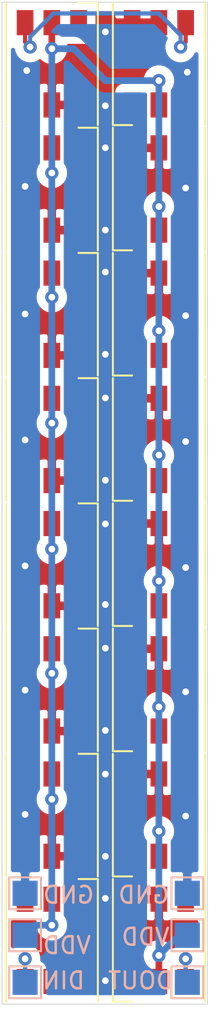
<source format=kicad_pcb>
(kicad_pcb (version 20171130) (host pcbnew "(5.1.6)-1")

  (general
    (thickness 1.6)
    (drawings 12)
    (tracks 118)
    (zones 0)
    (modules 22)
    (nets 36)
  )

  (page A4)
  (layers
    (0 F.Cu signal)
    (31 B.Cu signal)
    (32 B.Adhes user)
    (33 F.Adhes user)
    (34 B.Paste user)
    (35 F.Paste user)
    (36 B.SilkS user)
    (37 F.SilkS user)
    (38 B.Mask user)
    (39 F.Mask user)
    (40 Dwgs.User user hide)
    (41 Cmts.User user)
    (42 Eco1.User user)
    (43 Eco2.User user)
    (44 Edge.Cuts user)
    (45 Margin user)
    (46 B.CrtYd user)
    (47 F.CrtYd user)
    (48 B.Fab user hide)
    (49 F.Fab user hide)
  )

  (setup
    (last_trace_width 0.4)
    (user_trace_width 0.4)
    (trace_clearance 0.2)
    (zone_clearance 0.508)
    (zone_45_only no)
    (trace_min 0.2)
    (via_size 0.8)
    (via_drill 0.4)
    (via_min_size 0.4)
    (via_min_drill 0.3)
    (uvia_size 0.3)
    (uvia_drill 0.1)
    (uvias_allowed no)
    (uvia_min_size 0.2)
    (uvia_min_drill 0.1)
    (edge_width 0.05)
    (segment_width 0.2)
    (pcb_text_width 0.3)
    (pcb_text_size 1.5 1.5)
    (mod_edge_width 0.12)
    (mod_text_size 1 1)
    (mod_text_width 0.15)
    (pad_size 1.524 1.524)
    (pad_drill 0.762)
    (pad_to_mask_clearance 0.05)
    (aux_axis_origin 0 0)
    (visible_elements 7FFFFFFF)
    (pcbplotparams
      (layerselection 0x010fc_ffffffff)
      (usegerberextensions false)
      (usegerberattributes true)
      (usegerberadvancedattributes true)
      (creategerberjobfile true)
      (excludeedgelayer true)
      (linewidth 0.100000)
      (plotframeref false)
      (viasonmask false)
      (mode 1)
      (useauxorigin false)
      (hpglpennumber 1)
      (hpglpenspeed 20)
      (hpglpendiameter 15.000000)
      (psnegative false)
      (psa4output false)
      (plotreference true)
      (plotvalue true)
      (plotinvisibletext false)
      (padsonsilk false)
      (subtractmaskfromsilk false)
      (outputformat 1)
      (mirror false)
      (drillshape 1)
      (scaleselection 1)
      (outputdirectory ""))
  )

  (net 0 "")
  (net 1 DIN)
  (net 2 GND)
  (net 3 "Net-(D1-Pad3)")
  (net 4 VDD)
  (net 5 "Net-(D1-Pad1)")
  (net 6 "Net-(D2-Pad1)")
  (net 7 "Net-(D2-Pad3)")
  (net 8 "Net-(D3-Pad1)")
  (net 9 "Net-(D3-Pad3)")
  (net 10 "Net-(D4-Pad3)")
  (net 11 "Net-(D4-Pad1)")
  (net 12 "Net-(D5-Pad1)")
  (net 13 "Net-(D5-Pad3)")
  (net 14 "Net-(D6-Pad3)")
  (net 15 "Net-(D6-Pad1)")
  (net 16 "Net-(D7-Pad1)")
  (net 17 "Net-(D7-Pad3)")
  (net 18 "Net-(D8-Pad3)")
  (net 19 "Net-(D8-Pad1)")
  (net 20 "Net-(D9-Pad1)")
  (net 21 "Net-(D10-Pad4)")
  (net 22 "Net-(D10-Pad3)")
  (net 23 "Net-(D10-Pad1)")
  (net 24 "Net-(D11-Pad1)")
  (net 25 "Net-(D11-Pad3)")
  (net 26 "Net-(D12-Pad3)")
  (net 27 "Net-(D12-Pad1)")
  (net 28 "Net-(D13-Pad1)")
  (net 29 "Net-(D13-Pad3)")
  (net 30 "Net-(D14-Pad3)")
  (net 31 "Net-(D14-Pad1)")
  (net 32 "Net-(D15-Pad1)")
  (net 33 "Net-(D15-Pad3)")
  (net 34 DOUT)
  (net 35 "Net-(D16-Pad1)")

  (net_class Default "This is the default net class."
    (clearance 0.2)
    (trace_width 0.25)
    (via_dia 0.8)
    (via_drill 0.4)
    (uvia_dia 0.3)
    (uvia_drill 0.1)
    (add_net DIN)
    (add_net DOUT)
    (add_net GND)
    (add_net "Net-(D1-Pad1)")
    (add_net "Net-(D1-Pad3)")
    (add_net "Net-(D10-Pad1)")
    (add_net "Net-(D10-Pad3)")
    (add_net "Net-(D10-Pad4)")
    (add_net "Net-(D11-Pad1)")
    (add_net "Net-(D11-Pad3)")
    (add_net "Net-(D12-Pad1)")
    (add_net "Net-(D12-Pad3)")
    (add_net "Net-(D13-Pad1)")
    (add_net "Net-(D13-Pad3)")
    (add_net "Net-(D14-Pad1)")
    (add_net "Net-(D14-Pad3)")
    (add_net "Net-(D15-Pad1)")
    (add_net "Net-(D15-Pad3)")
    (add_net "Net-(D16-Pad1)")
    (add_net "Net-(D2-Pad1)")
    (add_net "Net-(D2-Pad3)")
    (add_net "Net-(D3-Pad1)")
    (add_net "Net-(D3-Pad3)")
    (add_net "Net-(D4-Pad1)")
    (add_net "Net-(D4-Pad3)")
    (add_net "Net-(D5-Pad1)")
    (add_net "Net-(D5-Pad3)")
    (add_net "Net-(D6-Pad1)")
    (add_net "Net-(D6-Pad3)")
    (add_net "Net-(D7-Pad1)")
    (add_net "Net-(D7-Pad3)")
    (add_net "Net-(D8-Pad1)")
    (add_net "Net-(D8-Pad3)")
    (add_net "Net-(D9-Pad1)")
    (add_net VDD)
  )

  (module LED_SMD:LED_WS2812_PLCC6_5.0x5.0mm_P1.6mm (layer F.Cu) (tedit 5AA4B296) (tstamp 5F2B83C2)
    (at 148.2 85.5 270)
    (descr https://cdn-shop.adafruit.com/datasheets/WS2812.pdf)
    (tags "LED RGB NeoPixel")
    (path /5F2B40AE)
    (attr smd)
    (fp_text reference D1 (at 0 -3.5 90) (layer F.Fab)
      (effects (font (size 1 1) (thickness 0.15)))
    )
    (fp_text value WS2813 (at 0 4 90) (layer F.Fab)
      (effects (font (size 1 1) (thickness 0.15)))
    )
    (fp_line (start 3.45 -2.75) (end -3.45 -2.75) (layer F.CrtYd) (width 0.05))
    (fp_line (start 3.45 2.75) (end 3.45 -2.75) (layer F.CrtYd) (width 0.05))
    (fp_line (start -3.45 2.75) (end 3.45 2.75) (layer F.CrtYd) (width 0.05))
    (fp_line (start -3.45 -2.75) (end -3.45 2.75) (layer F.CrtYd) (width 0.05))
    (fp_line (start -2.5 -1.5) (end -1.5 -2.5) (layer F.Fab) (width 0.1))
    (fp_line (start -2.5 -2.5) (end 2.5 -2.5) (layer F.Fab) (width 0.1))
    (fp_line (start 2.5 -2.5) (end 2.5 2.5) (layer F.Fab) (width 0.1))
    (fp_line (start 2.5 2.5) (end -2.5 2.5) (layer F.Fab) (width 0.1))
    (fp_line (start -2.5 2.5) (end -2.5 -2.5) (layer F.Fab) (width 0.1))
    (fp_line (start -3.65 2.75) (end 3.65 2.75) (layer F.SilkS) (width 0.12))
    (fp_line (start -3.65 -1.6) (end -3.65 -2.75) (layer F.SilkS) (width 0.12))
    (fp_line (start -3.65 -2.75) (end 3.65 -2.75) (layer F.SilkS) (width 0.12))
    (fp_circle (center 0 0) (end 0 -2) (layer F.Fab) (width 0.1))
    (fp_text user %R (at 0 0 90) (layer F.Fab)
      (effects (font (size 0.8 0.8) (thickness 0.15)))
    )
    (pad 4 smd rect (at 2.45 1.6 270) (size 1.5 1) (layers F.Cu F.Paste F.Mask)
      (net 1 DIN))
    (pad 5 smd rect (at 2.45 0 270) (size 1.5 1) (layers F.Cu F.Paste F.Mask)
      (net 2 GND))
    (pad 6 smd rect (at 2.45 -1.6 270) (size 1.5 1) (layers F.Cu F.Paste F.Mask)
      (net 2 GND))
    (pad 3 smd rect (at -2.45 1.6 270) (size 1.5 1) (layers F.Cu F.Paste F.Mask)
      (net 3 "Net-(D1-Pad3)"))
    (pad 2 smd rect (at -2.45 0 270) (size 1.5 1) (layers F.Cu F.Paste F.Mask)
      (net 4 VDD))
    (pad 1 smd rect (at -2.45 -1.6 270) (size 1.5 1) (layers F.Cu F.Paste F.Mask)
      (net 5 "Net-(D1-Pad1)"))
    (model ${KISYS3DMOD}/LED_SMD.3dshapes/LED_WS2812_PLCC6_5.0x5.0mm_P1.6mm.wrl
      (at (xyz 0 0 0))
      (scale (xyz 1 1 1))
      (rotate (xyz 0 0 0))
    )
  )

  (module LED_SMD:LED_WS2812_PLCC6_5.0x5.0mm_P1.6mm (layer F.Cu) (tedit 5AA4B296) (tstamp 5F2B7D43)
    (at 148.2 78.042852 270)
    (descr https://cdn-shop.adafruit.com/datasheets/WS2812.pdf)
    (tags "LED RGB NeoPixel")
    (path /5F2B40B8)
    (attr smd)
    (fp_text reference D2 (at 0 -3.5 90) (layer F.Fab)
      (effects (font (size 1 1) (thickness 0.15)))
    )
    (fp_text value WS2813 (at 0 4 90) (layer F.Fab)
      (effects (font (size 1 1) (thickness 0.15)))
    )
    (fp_circle (center 0 0) (end 0 -2) (layer F.Fab) (width 0.1))
    (fp_line (start -3.65 -2.75) (end 3.65 -2.75) (layer F.SilkS) (width 0.12))
    (fp_line (start -3.65 -1.6) (end -3.65 -2.75) (layer F.SilkS) (width 0.12))
    (fp_line (start -3.65 2.75) (end 3.65 2.75) (layer F.SilkS) (width 0.12))
    (fp_line (start -2.5 2.5) (end -2.5 -2.5) (layer F.Fab) (width 0.1))
    (fp_line (start 2.5 2.5) (end -2.5 2.5) (layer F.Fab) (width 0.1))
    (fp_line (start 2.5 -2.5) (end 2.5 2.5) (layer F.Fab) (width 0.1))
    (fp_line (start -2.5 -2.5) (end 2.5 -2.5) (layer F.Fab) (width 0.1))
    (fp_line (start -2.5 -1.5) (end -1.5 -2.5) (layer F.Fab) (width 0.1))
    (fp_line (start -3.45 -2.75) (end -3.45 2.75) (layer F.CrtYd) (width 0.05))
    (fp_line (start -3.45 2.75) (end 3.45 2.75) (layer F.CrtYd) (width 0.05))
    (fp_line (start 3.45 2.75) (end 3.45 -2.75) (layer F.CrtYd) (width 0.05))
    (fp_line (start 3.45 -2.75) (end -3.45 -2.75) (layer F.CrtYd) (width 0.05))
    (fp_text user %R (at 0 0 90) (layer F.Fab)
      (effects (font (size 0.8 0.8) (thickness 0.15)))
    )
    (pad 1 smd rect (at -2.45 -1.6 270) (size 1.5 1) (layers F.Cu F.Paste F.Mask)
      (net 6 "Net-(D2-Pad1)"))
    (pad 2 smd rect (at -2.45 0 270) (size 1.5 1) (layers F.Cu F.Paste F.Mask)
      (net 4 VDD))
    (pad 3 smd rect (at -2.45 1.6 270) (size 1.5 1) (layers F.Cu F.Paste F.Mask)
      (net 7 "Net-(D2-Pad3)"))
    (pad 6 smd rect (at 2.45 -1.6 270) (size 1.5 1) (layers F.Cu F.Paste F.Mask)
      (net 2 GND))
    (pad 5 smd rect (at 2.45 0 270) (size 1.5 1) (layers F.Cu F.Paste F.Mask)
      (net 2 GND))
    (pad 4 smd rect (at 2.45 1.6 270) (size 1.5 1) (layers F.Cu F.Paste F.Mask)
      (net 3 "Net-(D1-Pad3)"))
    (model ${KISYS3DMOD}/LED_SMD.3dshapes/LED_WS2812_PLCC6_5.0x5.0mm_P1.6mm.wrl
      (at (xyz 0 0 0))
      (scale (xyz 1 1 1))
      (rotate (xyz 0 0 0))
    )
  )

  (module LED_SMD:LED_WS2812_PLCC6_5.0x5.0mm_P1.6mm (layer F.Cu) (tedit 5AA4B296) (tstamp 5F2B7D5B)
    (at 148.2 70.58571 270)
    (descr https://cdn-shop.adafruit.com/datasheets/WS2812.pdf)
    (tags "LED RGB NeoPixel")
    (path /5F2BD52E)
    (attr smd)
    (fp_text reference D3 (at 0 -3.5 90) (layer F.Fab)
      (effects (font (size 1 1) (thickness 0.15)))
    )
    (fp_text value WS2813 (at 0 4 90) (layer F.Fab)
      (effects (font (size 1 1) (thickness 0.15)))
    )
    (fp_circle (center 0 0) (end 0 -2) (layer F.Fab) (width 0.1))
    (fp_line (start -3.65 -2.75) (end 3.65 -2.75) (layer F.SilkS) (width 0.12))
    (fp_line (start -3.65 -1.6) (end -3.65 -2.75) (layer F.SilkS) (width 0.12))
    (fp_line (start -3.65 2.75) (end 3.65 2.75) (layer F.SilkS) (width 0.12))
    (fp_line (start -2.5 2.5) (end -2.5 -2.5) (layer F.Fab) (width 0.1))
    (fp_line (start 2.5 2.5) (end -2.5 2.5) (layer F.Fab) (width 0.1))
    (fp_line (start 2.5 -2.5) (end 2.5 2.5) (layer F.Fab) (width 0.1))
    (fp_line (start -2.5 -2.5) (end 2.5 -2.5) (layer F.Fab) (width 0.1))
    (fp_line (start -2.5 -1.5) (end -1.5 -2.5) (layer F.Fab) (width 0.1))
    (fp_line (start -3.45 -2.75) (end -3.45 2.75) (layer F.CrtYd) (width 0.05))
    (fp_line (start -3.45 2.75) (end 3.45 2.75) (layer F.CrtYd) (width 0.05))
    (fp_line (start 3.45 2.75) (end 3.45 -2.75) (layer F.CrtYd) (width 0.05))
    (fp_line (start 3.45 -2.75) (end -3.45 -2.75) (layer F.CrtYd) (width 0.05))
    (fp_text user %R (at 0 0 90) (layer F.Fab)
      (effects (font (size 0.8 0.8) (thickness 0.15)))
    )
    (pad 1 smd rect (at -2.45 -1.6 270) (size 1.5 1) (layers F.Cu F.Paste F.Mask)
      (net 8 "Net-(D3-Pad1)"))
    (pad 2 smd rect (at -2.45 0 270) (size 1.5 1) (layers F.Cu F.Paste F.Mask)
      (net 4 VDD))
    (pad 3 smd rect (at -2.45 1.6 270) (size 1.5 1) (layers F.Cu F.Paste F.Mask)
      (net 9 "Net-(D3-Pad3)"))
    (pad 6 smd rect (at 2.45 -1.6 270) (size 1.5 1) (layers F.Cu F.Paste F.Mask)
      (net 2 GND))
    (pad 5 smd rect (at 2.45 0 270) (size 1.5 1) (layers F.Cu F.Paste F.Mask)
      (net 2 GND))
    (pad 4 smd rect (at 2.45 1.6 270) (size 1.5 1) (layers F.Cu F.Paste F.Mask)
      (net 7 "Net-(D2-Pad3)"))
    (model ${KISYS3DMOD}/LED_SMD.3dshapes/LED_WS2812_PLCC6_5.0x5.0mm_P1.6mm.wrl
      (at (xyz 0 0 0))
      (scale (xyz 1 1 1))
      (rotate (xyz 0 0 0))
    )
  )

  (module LED_SMD:LED_WS2812_PLCC6_5.0x5.0mm_P1.6mm (layer F.Cu) (tedit 5AA4B296) (tstamp 5F2B7D73)
    (at 148.2 63.128568 270)
    (descr https://cdn-shop.adafruit.com/datasheets/WS2812.pdf)
    (tags "LED RGB NeoPixel")
    (path /5F2BD538)
    (attr smd)
    (fp_text reference D4 (at 0 -3.5 90) (layer F.Fab)
      (effects (font (size 1 1) (thickness 0.15)))
    )
    (fp_text value WS2813 (at 0 4 90) (layer F.Fab)
      (effects (font (size 1 1) (thickness 0.15)))
    )
    (fp_line (start 3.45 -2.75) (end -3.45 -2.75) (layer F.CrtYd) (width 0.05))
    (fp_line (start 3.45 2.75) (end 3.45 -2.75) (layer F.CrtYd) (width 0.05))
    (fp_line (start -3.45 2.75) (end 3.45 2.75) (layer F.CrtYd) (width 0.05))
    (fp_line (start -3.45 -2.75) (end -3.45 2.75) (layer F.CrtYd) (width 0.05))
    (fp_line (start -2.5 -1.5) (end -1.5 -2.5) (layer F.Fab) (width 0.1))
    (fp_line (start -2.5 -2.5) (end 2.5 -2.5) (layer F.Fab) (width 0.1))
    (fp_line (start 2.5 -2.5) (end 2.5 2.5) (layer F.Fab) (width 0.1))
    (fp_line (start 2.5 2.5) (end -2.5 2.5) (layer F.Fab) (width 0.1))
    (fp_line (start -2.5 2.5) (end -2.5 -2.5) (layer F.Fab) (width 0.1))
    (fp_line (start -3.65 2.75) (end 3.65 2.75) (layer F.SilkS) (width 0.12))
    (fp_line (start -3.65 -1.6) (end -3.65 -2.75) (layer F.SilkS) (width 0.12))
    (fp_line (start -3.65 -2.75) (end 3.65 -2.75) (layer F.SilkS) (width 0.12))
    (fp_circle (center 0 0) (end 0 -2) (layer F.Fab) (width 0.1))
    (fp_text user %R (at 0 0 90) (layer F.Fab)
      (effects (font (size 0.8 0.8) (thickness 0.15)))
    )
    (pad 4 smd rect (at 2.45 1.6 270) (size 1.5 1) (layers F.Cu F.Paste F.Mask)
      (net 9 "Net-(D3-Pad3)"))
    (pad 5 smd rect (at 2.45 0 270) (size 1.5 1) (layers F.Cu F.Paste F.Mask)
      (net 2 GND))
    (pad 6 smd rect (at 2.45 -1.6 270) (size 1.5 1) (layers F.Cu F.Paste F.Mask)
      (net 2 GND))
    (pad 3 smd rect (at -2.45 1.6 270) (size 1.5 1) (layers F.Cu F.Paste F.Mask)
      (net 10 "Net-(D4-Pad3)"))
    (pad 2 smd rect (at -2.45 0 270) (size 1.5 1) (layers F.Cu F.Paste F.Mask)
      (net 4 VDD))
    (pad 1 smd rect (at -2.45 -1.6 270) (size 1.5 1) (layers F.Cu F.Paste F.Mask)
      (net 11 "Net-(D4-Pad1)"))
    (model ${KISYS3DMOD}/LED_SMD.3dshapes/LED_WS2812_PLCC6_5.0x5.0mm_P1.6mm.wrl
      (at (xyz 0 0 0))
      (scale (xyz 1 1 1))
      (rotate (xyz 0 0 0))
    )
  )

  (module LED_SMD:LED_WS2812_PLCC6_5.0x5.0mm_P1.6mm (layer F.Cu) (tedit 5AA4B296) (tstamp 5F2B7D8B)
    (at 148.2 55.671426 270)
    (descr https://cdn-shop.adafruit.com/datasheets/WS2812.pdf)
    (tags "LED RGB NeoPixel")
    (path /5F2AF163)
    (attr smd)
    (fp_text reference D5 (at 0 -3.5 90) (layer F.Fab)
      (effects (font (size 1 1) (thickness 0.15)))
    )
    (fp_text value WS2813 (at 0 4 90) (layer F.Fab)
      (effects (font (size 1 1) (thickness 0.15)))
    )
    (fp_circle (center 0 0) (end 0 -2) (layer F.Fab) (width 0.1))
    (fp_line (start -3.65 -2.75) (end 3.65 -2.75) (layer F.SilkS) (width 0.12))
    (fp_line (start -3.65 -1.6) (end -3.65 -2.75) (layer F.SilkS) (width 0.12))
    (fp_line (start -3.65 2.75) (end 3.65 2.75) (layer F.SilkS) (width 0.12))
    (fp_line (start -2.5 2.5) (end -2.5 -2.5) (layer F.Fab) (width 0.1))
    (fp_line (start 2.5 2.5) (end -2.5 2.5) (layer F.Fab) (width 0.1))
    (fp_line (start 2.5 -2.5) (end 2.5 2.5) (layer F.Fab) (width 0.1))
    (fp_line (start -2.5 -2.5) (end 2.5 -2.5) (layer F.Fab) (width 0.1))
    (fp_line (start -2.5 -1.5) (end -1.5 -2.5) (layer F.Fab) (width 0.1))
    (fp_line (start -3.45 -2.75) (end -3.45 2.75) (layer F.CrtYd) (width 0.05))
    (fp_line (start -3.45 2.75) (end 3.45 2.75) (layer F.CrtYd) (width 0.05))
    (fp_line (start 3.45 2.75) (end 3.45 -2.75) (layer F.CrtYd) (width 0.05))
    (fp_line (start 3.45 -2.75) (end -3.45 -2.75) (layer F.CrtYd) (width 0.05))
    (fp_text user %R (at 0 0 90) (layer F.Fab)
      (effects (font (size 0.8 0.8) (thickness 0.15)))
    )
    (pad 1 smd rect (at -2.45 -1.6 270) (size 1.5 1) (layers F.Cu F.Paste F.Mask)
      (net 12 "Net-(D5-Pad1)"))
    (pad 2 smd rect (at -2.45 0 270) (size 1.5 1) (layers F.Cu F.Paste F.Mask)
      (net 4 VDD))
    (pad 3 smd rect (at -2.45 1.6 270) (size 1.5 1) (layers F.Cu F.Paste F.Mask)
      (net 13 "Net-(D5-Pad3)"))
    (pad 6 smd rect (at 2.45 -1.6 270) (size 1.5 1) (layers F.Cu F.Paste F.Mask)
      (net 2 GND))
    (pad 5 smd rect (at 2.45 0 270) (size 1.5 1) (layers F.Cu F.Paste F.Mask)
      (net 2 GND))
    (pad 4 smd rect (at 2.45 1.6 270) (size 1.5 1) (layers F.Cu F.Paste F.Mask)
      (net 10 "Net-(D4-Pad3)"))
    (model ${KISYS3DMOD}/LED_SMD.3dshapes/LED_WS2812_PLCC6_5.0x5.0mm_P1.6mm.wrl
      (at (xyz 0 0 0))
      (scale (xyz 1 1 1))
      (rotate (xyz 0 0 0))
    )
  )

  (module LED_SMD:LED_WS2812_PLCC6_5.0x5.0mm_P1.6mm (layer F.Cu) (tedit 5AA4B296) (tstamp 5F2B7DA3)
    (at 148.2 48.214284 270)
    (descr https://cdn-shop.adafruit.com/datasheets/WS2812.pdf)
    (tags "LED RGB NeoPixel")
    (path /5F2B072A)
    (attr smd)
    (fp_text reference D6 (at 0 -3.5 90) (layer F.Fab)
      (effects (font (size 1 1) (thickness 0.15)))
    )
    (fp_text value WS2813 (at 0 4 90) (layer F.Fab)
      (effects (font (size 1 1) (thickness 0.15)))
    )
    (fp_line (start 3.45 -2.75) (end -3.45 -2.75) (layer F.CrtYd) (width 0.05))
    (fp_line (start 3.45 2.75) (end 3.45 -2.75) (layer F.CrtYd) (width 0.05))
    (fp_line (start -3.45 2.75) (end 3.45 2.75) (layer F.CrtYd) (width 0.05))
    (fp_line (start -3.45 -2.75) (end -3.45 2.75) (layer F.CrtYd) (width 0.05))
    (fp_line (start -2.5 -1.5) (end -1.5 -2.5) (layer F.Fab) (width 0.1))
    (fp_line (start -2.5 -2.5) (end 2.5 -2.5) (layer F.Fab) (width 0.1))
    (fp_line (start 2.5 -2.5) (end 2.5 2.5) (layer F.Fab) (width 0.1))
    (fp_line (start 2.5 2.5) (end -2.5 2.5) (layer F.Fab) (width 0.1))
    (fp_line (start -2.5 2.5) (end -2.5 -2.5) (layer F.Fab) (width 0.1))
    (fp_line (start -3.65 2.75) (end 3.65 2.75) (layer F.SilkS) (width 0.12))
    (fp_line (start -3.65 -1.6) (end -3.65 -2.75) (layer F.SilkS) (width 0.12))
    (fp_line (start -3.65 -2.75) (end 3.65 -2.75) (layer F.SilkS) (width 0.12))
    (fp_circle (center 0 0) (end 0 -2) (layer F.Fab) (width 0.1))
    (fp_text user %R (at 0 0 90) (layer F.Fab)
      (effects (font (size 0.8 0.8) (thickness 0.15)))
    )
    (pad 4 smd rect (at 2.45 1.6 270) (size 1.5 1) (layers F.Cu F.Paste F.Mask)
      (net 13 "Net-(D5-Pad3)"))
    (pad 5 smd rect (at 2.45 0 270) (size 1.5 1) (layers F.Cu F.Paste F.Mask)
      (net 2 GND))
    (pad 6 smd rect (at 2.45 -1.6 270) (size 1.5 1) (layers F.Cu F.Paste F.Mask)
      (net 2 GND))
    (pad 3 smd rect (at -2.45 1.6 270) (size 1.5 1) (layers F.Cu F.Paste F.Mask)
      (net 14 "Net-(D6-Pad3)"))
    (pad 2 smd rect (at -2.45 0 270) (size 1.5 1) (layers F.Cu F.Paste F.Mask)
      (net 4 VDD))
    (pad 1 smd rect (at -2.45 -1.6 270) (size 1.5 1) (layers F.Cu F.Paste F.Mask)
      (net 15 "Net-(D6-Pad1)"))
    (model ${KISYS3DMOD}/LED_SMD.3dshapes/LED_WS2812_PLCC6_5.0x5.0mm_P1.6mm.wrl
      (at (xyz 0 0 0))
      (scale (xyz 1 1 1))
      (rotate (xyz 0 0 0))
    )
  )

  (module LED_SMD:LED_WS2812_PLCC6_5.0x5.0mm_P1.6mm (layer F.Cu) (tedit 5AA4B296) (tstamp 5F2B7DBB)
    (at 148.2 40.757142 270)
    (descr https://cdn-shop.adafruit.com/datasheets/WS2812.pdf)
    (tags "LED RGB NeoPixel")
    (path /5F2BD51A)
    (attr smd)
    (fp_text reference D7 (at 0 -3.5 90) (layer F.Fab)
      (effects (font (size 1 1) (thickness 0.15)))
    )
    (fp_text value WS2813 (at 0 4 90) (layer F.Fab)
      (effects (font (size 1 1) (thickness 0.15)))
    )
    (fp_circle (center 0 0) (end 0 -2) (layer F.Fab) (width 0.1))
    (fp_line (start -3.65 -2.75) (end 3.65 -2.75) (layer F.SilkS) (width 0.12))
    (fp_line (start -3.65 -1.6) (end -3.65 -2.75) (layer F.SilkS) (width 0.12))
    (fp_line (start -3.65 2.75) (end 3.65 2.75) (layer F.SilkS) (width 0.12))
    (fp_line (start -2.5 2.5) (end -2.5 -2.5) (layer F.Fab) (width 0.1))
    (fp_line (start 2.5 2.5) (end -2.5 2.5) (layer F.Fab) (width 0.1))
    (fp_line (start 2.5 -2.5) (end 2.5 2.5) (layer F.Fab) (width 0.1))
    (fp_line (start -2.5 -2.5) (end 2.5 -2.5) (layer F.Fab) (width 0.1))
    (fp_line (start -2.5 -1.5) (end -1.5 -2.5) (layer F.Fab) (width 0.1))
    (fp_line (start -3.45 -2.75) (end -3.45 2.75) (layer F.CrtYd) (width 0.05))
    (fp_line (start -3.45 2.75) (end 3.45 2.75) (layer F.CrtYd) (width 0.05))
    (fp_line (start 3.45 2.75) (end 3.45 -2.75) (layer F.CrtYd) (width 0.05))
    (fp_line (start 3.45 -2.75) (end -3.45 -2.75) (layer F.CrtYd) (width 0.05))
    (fp_text user %R (at 0 0 90) (layer F.Fab)
      (effects (font (size 0.8 0.8) (thickness 0.15)))
    )
    (pad 1 smd rect (at -2.45 -1.6 270) (size 1.5 1) (layers F.Cu F.Paste F.Mask)
      (net 16 "Net-(D7-Pad1)"))
    (pad 2 smd rect (at -2.45 0 270) (size 1.5 1) (layers F.Cu F.Paste F.Mask)
      (net 4 VDD))
    (pad 3 smd rect (at -2.45 1.6 270) (size 1.5 1) (layers F.Cu F.Paste F.Mask)
      (net 17 "Net-(D7-Pad3)"))
    (pad 6 smd rect (at 2.45 -1.6 270) (size 1.5 1) (layers F.Cu F.Paste F.Mask)
      (net 2 GND))
    (pad 5 smd rect (at 2.45 0 270) (size 1.5 1) (layers F.Cu F.Paste F.Mask)
      (net 2 GND))
    (pad 4 smd rect (at 2.45 1.6 270) (size 1.5 1) (layers F.Cu F.Paste F.Mask)
      (net 14 "Net-(D6-Pad3)"))
    (model ${KISYS3DMOD}/LED_SMD.3dshapes/LED_WS2812_PLCC6_5.0x5.0mm_P1.6mm.wrl
      (at (xyz 0 0 0))
      (scale (xyz 1 1 1))
      (rotate (xyz 0 0 0))
    )
  )

  (module LED_SMD:LED_WS2812_PLCC6_5.0x5.0mm_P1.6mm (layer F.Cu) (tedit 5AA4B296) (tstamp 5F2B7DD3)
    (at 148.2 33.3 270)
    (descr https://cdn-shop.adafruit.com/datasheets/WS2812.pdf)
    (tags "LED RGB NeoPixel")
    (path /5F2BD524)
    (attr smd)
    (fp_text reference D8 (at 0 -3.5 90) (layer F.Fab)
      (effects (font (size 1 1) (thickness 0.15)))
    )
    (fp_text value WS2813 (at 0 4 90) (layer F.Fab)
      (effects (font (size 1 1) (thickness 0.15)))
    )
    (fp_line (start 3.45 -2.75) (end -3.45 -2.75) (layer F.CrtYd) (width 0.05))
    (fp_line (start 3.45 2.75) (end 3.45 -2.75) (layer F.CrtYd) (width 0.05))
    (fp_line (start -3.45 2.75) (end 3.45 2.75) (layer F.CrtYd) (width 0.05))
    (fp_line (start -3.45 -2.75) (end -3.45 2.75) (layer F.CrtYd) (width 0.05))
    (fp_line (start -2.5 -1.5) (end -1.5 -2.5) (layer F.Fab) (width 0.1))
    (fp_line (start -2.5 -2.5) (end 2.5 -2.5) (layer F.Fab) (width 0.1))
    (fp_line (start 2.5 -2.5) (end 2.5 2.5) (layer F.Fab) (width 0.1))
    (fp_line (start 2.5 2.5) (end -2.5 2.5) (layer F.Fab) (width 0.1))
    (fp_line (start -2.5 2.5) (end -2.5 -2.5) (layer F.Fab) (width 0.1))
    (fp_line (start -3.65 2.75) (end 3.65 2.75) (layer F.SilkS) (width 0.12))
    (fp_line (start -3.65 -1.6) (end -3.65 -2.75) (layer F.SilkS) (width 0.12))
    (fp_line (start -3.65 -2.75) (end 3.65 -2.75) (layer F.SilkS) (width 0.12))
    (fp_circle (center 0 0) (end 0 -2) (layer F.Fab) (width 0.1))
    (fp_text user %R (at 0 0 90) (layer F.Fab)
      (effects (font (size 0.8 0.8) (thickness 0.15)))
    )
    (pad 4 smd rect (at 2.45 1.6 270) (size 1.5 1) (layers F.Cu F.Paste F.Mask)
      (net 17 "Net-(D7-Pad3)"))
    (pad 5 smd rect (at 2.45 0 270) (size 1.5 1) (layers F.Cu F.Paste F.Mask)
      (net 2 GND))
    (pad 6 smd rect (at 2.45 -1.6 270) (size 1.5 1) (layers F.Cu F.Paste F.Mask)
      (net 2 GND))
    (pad 3 smd rect (at -2.45 1.6 270) (size 1.5 1) (layers F.Cu F.Paste F.Mask)
      (net 18 "Net-(D8-Pad3)"))
    (pad 2 smd rect (at -2.45 0 270) (size 1.5 1) (layers F.Cu F.Paste F.Mask)
      (net 4 VDD))
    (pad 1 smd rect (at -2.45 -1.6 270) (size 1.5 1) (layers F.Cu F.Paste F.Mask)
      (net 19 "Net-(D8-Pad1)"))
    (model ${KISYS3DMOD}/LED_SMD.3dshapes/LED_WS2812_PLCC6_5.0x5.0mm_P1.6mm.wrl
      (at (xyz 0 0 0))
      (scale (xyz 1 1 1))
      (rotate (xyz 0 0 0))
    )
  )

  (module LED_SMD:LED_WS2812_PLCC6_5.0x5.0mm_P1.6mm (layer F.Cu) (tedit 5AA4B296) (tstamp 5F2B7DEB)
    (at 154.6 33.3 90)
    (descr https://cdn-shop.adafruit.com/datasheets/WS2812.pdf)
    (tags "LED RGB NeoPixel")
    (path /5F2B9F90)
    (attr smd)
    (fp_text reference D9 (at 0 -3.5 90) (layer F.Fab)
      (effects (font (size 1 1) (thickness 0.15)))
    )
    (fp_text value WS2813 (at 0 4 90) (layer F.Fab)
      (effects (font (size 1 1) (thickness 0.15)))
    )
    (fp_circle (center 0 0) (end 0 -2) (layer F.Fab) (width 0.1))
    (fp_line (start -3.65 -2.75) (end 3.65 -2.75) (layer F.SilkS) (width 0.12))
    (fp_line (start -3.65 -1.6) (end -3.65 -2.75) (layer F.SilkS) (width 0.12))
    (fp_line (start -3.65 2.75) (end 3.65 2.75) (layer F.SilkS) (width 0.12))
    (fp_line (start -2.5 2.5) (end -2.5 -2.5) (layer F.Fab) (width 0.1))
    (fp_line (start 2.5 2.5) (end -2.5 2.5) (layer F.Fab) (width 0.1))
    (fp_line (start 2.5 -2.5) (end 2.5 2.5) (layer F.Fab) (width 0.1))
    (fp_line (start -2.5 -2.5) (end 2.5 -2.5) (layer F.Fab) (width 0.1))
    (fp_line (start -2.5 -1.5) (end -1.5 -2.5) (layer F.Fab) (width 0.1))
    (fp_line (start -3.45 -2.75) (end -3.45 2.75) (layer F.CrtYd) (width 0.05))
    (fp_line (start -3.45 2.75) (end 3.45 2.75) (layer F.CrtYd) (width 0.05))
    (fp_line (start 3.45 2.75) (end 3.45 -2.75) (layer F.CrtYd) (width 0.05))
    (fp_line (start 3.45 -2.75) (end -3.45 -2.75) (layer F.CrtYd) (width 0.05))
    (fp_text user %R (at 0 0 90) (layer F.Fab)
      (effects (font (size 0.8 0.8) (thickness 0.15)))
    )
    (pad 1 smd rect (at -2.45 -1.6 90) (size 1.5 1) (layers F.Cu F.Paste F.Mask)
      (net 20 "Net-(D9-Pad1)"))
    (pad 2 smd rect (at -2.45 0 90) (size 1.5 1) (layers F.Cu F.Paste F.Mask)
      (net 4 VDD))
    (pad 3 smd rect (at -2.45 1.6 90) (size 1.5 1) (layers F.Cu F.Paste F.Mask)
      (net 21 "Net-(D10-Pad4)"))
    (pad 6 smd rect (at 2.45 -1.6 90) (size 1.5 1) (layers F.Cu F.Paste F.Mask)
      (net 2 GND))
    (pad 5 smd rect (at 2.45 0 90) (size 1.5 1) (layers F.Cu F.Paste F.Mask)
      (net 2 GND))
    (pad 4 smd rect (at 2.45 1.6 90) (size 1.5 1) (layers F.Cu F.Paste F.Mask)
      (net 18 "Net-(D8-Pad3)"))
    (model ${KISYS3DMOD}/LED_SMD.3dshapes/LED_WS2812_PLCC6_5.0x5.0mm_P1.6mm.wrl
      (at (xyz 0 0 0))
      (scale (xyz 1 1 1))
      (rotate (xyz 0 0 0))
    )
  )

  (module LED_SMD:LED_WS2812_PLCC6_5.0x5.0mm_P1.6mm (layer F.Cu) (tedit 5AA4B296) (tstamp 5F2B7E03)
    (at 154.6 40.757142 90)
    (descr https://cdn-shop.adafruit.com/datasheets/WS2812.pdf)
    (tags "LED RGB NeoPixel")
    (path /5F2B9F9A)
    (attr smd)
    (fp_text reference D10 (at 0 -3.5 90) (layer F.Fab)
      (effects (font (size 1 1) (thickness 0.15)))
    )
    (fp_text value WS2813 (at 0 4 90) (layer F.Fab)
      (effects (font (size 1 1) (thickness 0.15)))
    )
    (fp_line (start 3.45 -2.75) (end -3.45 -2.75) (layer F.CrtYd) (width 0.05))
    (fp_line (start 3.45 2.75) (end 3.45 -2.75) (layer F.CrtYd) (width 0.05))
    (fp_line (start -3.45 2.75) (end 3.45 2.75) (layer F.CrtYd) (width 0.05))
    (fp_line (start -3.45 -2.75) (end -3.45 2.75) (layer F.CrtYd) (width 0.05))
    (fp_line (start -2.5 -1.5) (end -1.5 -2.5) (layer F.Fab) (width 0.1))
    (fp_line (start -2.5 -2.5) (end 2.5 -2.5) (layer F.Fab) (width 0.1))
    (fp_line (start 2.5 -2.5) (end 2.5 2.5) (layer F.Fab) (width 0.1))
    (fp_line (start 2.5 2.5) (end -2.5 2.5) (layer F.Fab) (width 0.1))
    (fp_line (start -2.5 2.5) (end -2.5 -2.5) (layer F.Fab) (width 0.1))
    (fp_line (start -3.65 2.75) (end 3.65 2.75) (layer F.SilkS) (width 0.12))
    (fp_line (start -3.65 -1.6) (end -3.65 -2.75) (layer F.SilkS) (width 0.12))
    (fp_line (start -3.65 -2.75) (end 3.65 -2.75) (layer F.SilkS) (width 0.12))
    (fp_circle (center 0 0) (end 0 -2) (layer F.Fab) (width 0.1))
    (fp_text user %R (at 0 0 90) (layer F.Fab)
      (effects (font (size 0.8 0.8) (thickness 0.15)))
    )
    (pad 4 smd rect (at 2.45 1.6 90) (size 1.5 1) (layers F.Cu F.Paste F.Mask)
      (net 21 "Net-(D10-Pad4)"))
    (pad 5 smd rect (at 2.45 0 90) (size 1.5 1) (layers F.Cu F.Paste F.Mask)
      (net 2 GND))
    (pad 6 smd rect (at 2.45 -1.6 90) (size 1.5 1) (layers F.Cu F.Paste F.Mask)
      (net 2 GND))
    (pad 3 smd rect (at -2.45 1.6 90) (size 1.5 1) (layers F.Cu F.Paste F.Mask)
      (net 22 "Net-(D10-Pad3)"))
    (pad 2 smd rect (at -2.45 0 90) (size 1.5 1) (layers F.Cu F.Paste F.Mask)
      (net 4 VDD))
    (pad 1 smd rect (at -2.45 -1.6 90) (size 1.5 1) (layers F.Cu F.Paste F.Mask)
      (net 23 "Net-(D10-Pad1)"))
    (model ${KISYS3DMOD}/LED_SMD.3dshapes/LED_WS2812_PLCC6_5.0x5.0mm_P1.6mm.wrl
      (at (xyz 0 0 0))
      (scale (xyz 1 1 1))
      (rotate (xyz 0 0 0))
    )
  )

  (module LED_SMD:LED_WS2812_PLCC6_5.0x5.0mm_P1.6mm (layer F.Cu) (tedit 5AA4B296) (tstamp 5F2B7E1B)
    (at 154.6 48.214284 90)
    (descr https://cdn-shop.adafruit.com/datasheets/WS2812.pdf)
    (tags "LED RGB NeoPixel")
    (path /5F2BD556)
    (attr smd)
    (fp_text reference D11 (at 0 -3.5 90) (layer F.Fab)
      (effects (font (size 1 1) (thickness 0.15)))
    )
    (fp_text value WS2813 (at 0 4 90) (layer F.Fab)
      (effects (font (size 1 1) (thickness 0.15)))
    )
    (fp_circle (center 0 0) (end 0 -2) (layer F.Fab) (width 0.1))
    (fp_line (start -3.65 -2.75) (end 3.65 -2.75) (layer F.SilkS) (width 0.12))
    (fp_line (start -3.65 -1.6) (end -3.65 -2.75) (layer F.SilkS) (width 0.12))
    (fp_line (start -3.65 2.75) (end 3.65 2.75) (layer F.SilkS) (width 0.12))
    (fp_line (start -2.5 2.5) (end -2.5 -2.5) (layer F.Fab) (width 0.1))
    (fp_line (start 2.5 2.5) (end -2.5 2.5) (layer F.Fab) (width 0.1))
    (fp_line (start 2.5 -2.5) (end 2.5 2.5) (layer F.Fab) (width 0.1))
    (fp_line (start -2.5 -2.5) (end 2.5 -2.5) (layer F.Fab) (width 0.1))
    (fp_line (start -2.5 -1.5) (end -1.5 -2.5) (layer F.Fab) (width 0.1))
    (fp_line (start -3.45 -2.75) (end -3.45 2.75) (layer F.CrtYd) (width 0.05))
    (fp_line (start -3.45 2.75) (end 3.45 2.75) (layer F.CrtYd) (width 0.05))
    (fp_line (start 3.45 2.75) (end 3.45 -2.75) (layer F.CrtYd) (width 0.05))
    (fp_line (start 3.45 -2.75) (end -3.45 -2.75) (layer F.CrtYd) (width 0.05))
    (fp_text user %R (at 0 0 90) (layer F.Fab)
      (effects (font (size 0.8 0.8) (thickness 0.15)))
    )
    (pad 1 smd rect (at -2.45 -1.6 90) (size 1.5 1) (layers F.Cu F.Paste F.Mask)
      (net 24 "Net-(D11-Pad1)"))
    (pad 2 smd rect (at -2.45 0 90) (size 1.5 1) (layers F.Cu F.Paste F.Mask)
      (net 4 VDD))
    (pad 3 smd rect (at -2.45 1.6 90) (size 1.5 1) (layers F.Cu F.Paste F.Mask)
      (net 25 "Net-(D11-Pad3)"))
    (pad 6 smd rect (at 2.45 -1.6 90) (size 1.5 1) (layers F.Cu F.Paste F.Mask)
      (net 2 GND))
    (pad 5 smd rect (at 2.45 0 90) (size 1.5 1) (layers F.Cu F.Paste F.Mask)
      (net 2 GND))
    (pad 4 smd rect (at 2.45 1.6 90) (size 1.5 1) (layers F.Cu F.Paste F.Mask)
      (net 22 "Net-(D10-Pad3)"))
    (model ${KISYS3DMOD}/LED_SMD.3dshapes/LED_WS2812_PLCC6_5.0x5.0mm_P1.6mm.wrl
      (at (xyz 0 0 0))
      (scale (xyz 1 1 1))
      (rotate (xyz 0 0 0))
    )
  )

  (module LED_SMD:LED_WS2812_PLCC6_5.0x5.0mm_P1.6mm (layer F.Cu) (tedit 5AA4B296) (tstamp 5F2B7E33)
    (at 154.6 55.671426 90)
    (descr https://cdn-shop.adafruit.com/datasheets/WS2812.pdf)
    (tags "LED RGB NeoPixel")
    (path /5F2BD560)
    (attr smd)
    (fp_text reference D12 (at 0 -3.5 90) (layer F.Fab)
      (effects (font (size 1 1) (thickness 0.15)))
    )
    (fp_text value WS2813 (at 0 4 90) (layer F.Fab)
      (effects (font (size 1 1) (thickness 0.15)))
    )
    (fp_line (start 3.45 -2.75) (end -3.45 -2.75) (layer F.CrtYd) (width 0.05))
    (fp_line (start 3.45 2.75) (end 3.45 -2.75) (layer F.CrtYd) (width 0.05))
    (fp_line (start -3.45 2.75) (end 3.45 2.75) (layer F.CrtYd) (width 0.05))
    (fp_line (start -3.45 -2.75) (end -3.45 2.75) (layer F.CrtYd) (width 0.05))
    (fp_line (start -2.5 -1.5) (end -1.5 -2.5) (layer F.Fab) (width 0.1))
    (fp_line (start -2.5 -2.5) (end 2.5 -2.5) (layer F.Fab) (width 0.1))
    (fp_line (start 2.5 -2.5) (end 2.5 2.5) (layer F.Fab) (width 0.1))
    (fp_line (start 2.5 2.5) (end -2.5 2.5) (layer F.Fab) (width 0.1))
    (fp_line (start -2.5 2.5) (end -2.5 -2.5) (layer F.Fab) (width 0.1))
    (fp_line (start -3.65 2.75) (end 3.65 2.75) (layer F.SilkS) (width 0.12))
    (fp_line (start -3.65 -1.6) (end -3.65 -2.75) (layer F.SilkS) (width 0.12))
    (fp_line (start -3.65 -2.75) (end 3.65 -2.75) (layer F.SilkS) (width 0.12))
    (fp_circle (center 0 0) (end 0 -2) (layer F.Fab) (width 0.1))
    (fp_text user %R (at 0 0 90) (layer F.Fab)
      (effects (font (size 0.8 0.8) (thickness 0.15)))
    )
    (pad 4 smd rect (at 2.45 1.6 90) (size 1.5 1) (layers F.Cu F.Paste F.Mask)
      (net 25 "Net-(D11-Pad3)"))
    (pad 5 smd rect (at 2.45 0 90) (size 1.5 1) (layers F.Cu F.Paste F.Mask)
      (net 2 GND))
    (pad 6 smd rect (at 2.45 -1.6 90) (size 1.5 1) (layers F.Cu F.Paste F.Mask)
      (net 2 GND))
    (pad 3 smd rect (at -2.45 1.6 90) (size 1.5 1) (layers F.Cu F.Paste F.Mask)
      (net 26 "Net-(D12-Pad3)"))
    (pad 2 smd rect (at -2.45 0 90) (size 1.5 1) (layers F.Cu F.Paste F.Mask)
      (net 4 VDD))
    (pad 1 smd rect (at -2.45 -1.6 90) (size 1.5 1) (layers F.Cu F.Paste F.Mask)
      (net 27 "Net-(D12-Pad1)"))
    (model ${KISYS3DMOD}/LED_SMD.3dshapes/LED_WS2812_PLCC6_5.0x5.0mm_P1.6mm.wrl
      (at (xyz 0 0 0))
      (scale (xyz 1 1 1))
      (rotate (xyz 0 0 0))
    )
  )

  (module LED_SMD:LED_WS2812_PLCC6_5.0x5.0mm_P1.6mm (layer F.Cu) (tedit 5AA4B296) (tstamp 5F2B7E4B)
    (at 154.6 63.128568 90)
    (descr https://cdn-shop.adafruit.com/datasheets/WS2812.pdf)
    (tags "LED RGB NeoPixel")
    (path /5F2B9F7C)
    (attr smd)
    (fp_text reference D13 (at 0 -3.5 90) (layer F.Fab)
      (effects (font (size 1 1) (thickness 0.15)))
    )
    (fp_text value WS2813 (at 0 4 90) (layer F.Fab)
      (effects (font (size 1 1) (thickness 0.15)))
    )
    (fp_circle (center 0 0) (end 0 -2) (layer F.Fab) (width 0.1))
    (fp_line (start -3.65 -2.75) (end 3.65 -2.75) (layer F.SilkS) (width 0.12))
    (fp_line (start -3.65 -1.6) (end -3.65 -2.75) (layer F.SilkS) (width 0.12))
    (fp_line (start -3.65 2.75) (end 3.65 2.75) (layer F.SilkS) (width 0.12))
    (fp_line (start -2.5 2.5) (end -2.5 -2.5) (layer F.Fab) (width 0.1))
    (fp_line (start 2.5 2.5) (end -2.5 2.5) (layer F.Fab) (width 0.1))
    (fp_line (start 2.5 -2.5) (end 2.5 2.5) (layer F.Fab) (width 0.1))
    (fp_line (start -2.5 -2.5) (end 2.5 -2.5) (layer F.Fab) (width 0.1))
    (fp_line (start -2.5 -1.5) (end -1.5 -2.5) (layer F.Fab) (width 0.1))
    (fp_line (start -3.45 -2.75) (end -3.45 2.75) (layer F.CrtYd) (width 0.05))
    (fp_line (start -3.45 2.75) (end 3.45 2.75) (layer F.CrtYd) (width 0.05))
    (fp_line (start 3.45 2.75) (end 3.45 -2.75) (layer F.CrtYd) (width 0.05))
    (fp_line (start 3.45 -2.75) (end -3.45 -2.75) (layer F.CrtYd) (width 0.05))
    (fp_text user %R (at 0 0 90) (layer F.Fab)
      (effects (font (size 0.8 0.8) (thickness 0.15)))
    )
    (pad 1 smd rect (at -2.45 -1.6 90) (size 1.5 1) (layers F.Cu F.Paste F.Mask)
      (net 28 "Net-(D13-Pad1)"))
    (pad 2 smd rect (at -2.45 0 90) (size 1.5 1) (layers F.Cu F.Paste F.Mask)
      (net 4 VDD))
    (pad 3 smd rect (at -2.45 1.6 90) (size 1.5 1) (layers F.Cu F.Paste F.Mask)
      (net 29 "Net-(D13-Pad3)"))
    (pad 6 smd rect (at 2.45 -1.6 90) (size 1.5 1) (layers F.Cu F.Paste F.Mask)
      (net 2 GND))
    (pad 5 smd rect (at 2.45 0 90) (size 1.5 1) (layers F.Cu F.Paste F.Mask)
      (net 2 GND))
    (pad 4 smd rect (at 2.45 1.6 90) (size 1.5 1) (layers F.Cu F.Paste F.Mask)
      (net 26 "Net-(D12-Pad3)"))
    (model ${KISYS3DMOD}/LED_SMD.3dshapes/LED_WS2812_PLCC6_5.0x5.0mm_P1.6mm.wrl
      (at (xyz 0 0 0))
      (scale (xyz 1 1 1))
      (rotate (xyz 0 0 0))
    )
  )

  (module LED_SMD:LED_WS2812_PLCC6_5.0x5.0mm_P1.6mm (layer F.Cu) (tedit 5AA4B296) (tstamp 5F2B7E63)
    (at 154.6 70.58571 90)
    (descr https://cdn-shop.adafruit.com/datasheets/WS2812.pdf)
    (tags "LED RGB NeoPixel")
    (path /5F2B9F86)
    (attr smd)
    (fp_text reference D14 (at 0 -3.5 90) (layer F.Fab)
      (effects (font (size 1 1) (thickness 0.15)))
    )
    (fp_text value WS2813 (at 0 4 90) (layer F.Fab)
      (effects (font (size 1 1) (thickness 0.15)))
    )
    (fp_line (start 3.45 -2.75) (end -3.45 -2.75) (layer F.CrtYd) (width 0.05))
    (fp_line (start 3.45 2.75) (end 3.45 -2.75) (layer F.CrtYd) (width 0.05))
    (fp_line (start -3.45 2.75) (end 3.45 2.75) (layer F.CrtYd) (width 0.05))
    (fp_line (start -3.45 -2.75) (end -3.45 2.75) (layer F.CrtYd) (width 0.05))
    (fp_line (start -2.5 -1.5) (end -1.5 -2.5) (layer F.Fab) (width 0.1))
    (fp_line (start -2.5 -2.5) (end 2.5 -2.5) (layer F.Fab) (width 0.1))
    (fp_line (start 2.5 -2.5) (end 2.5 2.5) (layer F.Fab) (width 0.1))
    (fp_line (start 2.5 2.5) (end -2.5 2.5) (layer F.Fab) (width 0.1))
    (fp_line (start -2.5 2.5) (end -2.5 -2.5) (layer F.Fab) (width 0.1))
    (fp_line (start -3.65 2.75) (end 3.65 2.75) (layer F.SilkS) (width 0.12))
    (fp_line (start -3.65 -1.6) (end -3.65 -2.75) (layer F.SilkS) (width 0.12))
    (fp_line (start -3.65 -2.75) (end 3.65 -2.75) (layer F.SilkS) (width 0.12))
    (fp_circle (center 0 0) (end 0 -2) (layer F.Fab) (width 0.1))
    (fp_text user %R (at 0 0 90) (layer F.Fab)
      (effects (font (size 0.8 0.8) (thickness 0.15)))
    )
    (pad 4 smd rect (at 2.45 1.6 90) (size 1.5 1) (layers F.Cu F.Paste F.Mask)
      (net 29 "Net-(D13-Pad3)"))
    (pad 5 smd rect (at 2.45 0 90) (size 1.5 1) (layers F.Cu F.Paste F.Mask)
      (net 2 GND))
    (pad 6 smd rect (at 2.45 -1.6 90) (size 1.5 1) (layers F.Cu F.Paste F.Mask)
      (net 2 GND))
    (pad 3 smd rect (at -2.45 1.6 90) (size 1.5 1) (layers F.Cu F.Paste F.Mask)
      (net 30 "Net-(D14-Pad3)"))
    (pad 2 smd rect (at -2.45 0 90) (size 1.5 1) (layers F.Cu F.Paste F.Mask)
      (net 4 VDD))
    (pad 1 smd rect (at -2.45 -1.6 90) (size 1.5 1) (layers F.Cu F.Paste F.Mask)
      (net 31 "Net-(D14-Pad1)"))
    (model ${KISYS3DMOD}/LED_SMD.3dshapes/LED_WS2812_PLCC6_5.0x5.0mm_P1.6mm.wrl
      (at (xyz 0 0 0))
      (scale (xyz 1 1 1))
      (rotate (xyz 0 0 0))
    )
  )

  (module LED_SMD:LED_WS2812_PLCC6_5.0x5.0mm_P1.6mm (layer F.Cu) (tedit 5AA4B296) (tstamp 5F2B7E7B)
    (at 154.6 78.042852 90)
    (descr https://cdn-shop.adafruit.com/datasheets/WS2812.pdf)
    (tags "LED RGB NeoPixel")
    (path /5F2BD542)
    (attr smd)
    (fp_text reference D15 (at 0 -3.5 90) (layer F.Fab)
      (effects (font (size 1 1) (thickness 0.15)))
    )
    (fp_text value WS2813 (at 0 4 90) (layer F.Fab)
      (effects (font (size 1 1) (thickness 0.15)))
    )
    (fp_circle (center 0 0) (end 0 -2) (layer F.Fab) (width 0.1))
    (fp_line (start -3.65 -2.75) (end 3.65 -2.75) (layer F.SilkS) (width 0.12))
    (fp_line (start -3.65 -1.6) (end -3.65 -2.75) (layer F.SilkS) (width 0.12))
    (fp_line (start -3.65 2.75) (end 3.65 2.75) (layer F.SilkS) (width 0.12))
    (fp_line (start -2.5 2.5) (end -2.5 -2.5) (layer F.Fab) (width 0.1))
    (fp_line (start 2.5 2.5) (end -2.5 2.5) (layer F.Fab) (width 0.1))
    (fp_line (start 2.5 -2.5) (end 2.5 2.5) (layer F.Fab) (width 0.1))
    (fp_line (start -2.5 -2.5) (end 2.5 -2.5) (layer F.Fab) (width 0.1))
    (fp_line (start -2.5 -1.5) (end -1.5 -2.5) (layer F.Fab) (width 0.1))
    (fp_line (start -3.45 -2.75) (end -3.45 2.75) (layer F.CrtYd) (width 0.05))
    (fp_line (start -3.45 2.75) (end 3.45 2.75) (layer F.CrtYd) (width 0.05))
    (fp_line (start 3.45 2.75) (end 3.45 -2.75) (layer F.CrtYd) (width 0.05))
    (fp_line (start 3.45 -2.75) (end -3.45 -2.75) (layer F.CrtYd) (width 0.05))
    (fp_text user %R (at 0 0 90) (layer F.Fab)
      (effects (font (size 0.8 0.8) (thickness 0.15)))
    )
    (pad 1 smd rect (at -2.45 -1.6 90) (size 1.5 1) (layers F.Cu F.Paste F.Mask)
      (net 32 "Net-(D15-Pad1)"))
    (pad 2 smd rect (at -2.45 0 90) (size 1.5 1) (layers F.Cu F.Paste F.Mask)
      (net 4 VDD))
    (pad 3 smd rect (at -2.45 1.6 90) (size 1.5 1) (layers F.Cu F.Paste F.Mask)
      (net 33 "Net-(D15-Pad3)"))
    (pad 6 smd rect (at 2.45 -1.6 90) (size 1.5 1) (layers F.Cu F.Paste F.Mask)
      (net 2 GND))
    (pad 5 smd rect (at 2.45 0 90) (size 1.5 1) (layers F.Cu F.Paste F.Mask)
      (net 2 GND))
    (pad 4 smd rect (at 2.45 1.6 90) (size 1.5 1) (layers F.Cu F.Paste F.Mask)
      (net 30 "Net-(D14-Pad3)"))
    (model ${KISYS3DMOD}/LED_SMD.3dshapes/LED_WS2812_PLCC6_5.0x5.0mm_P1.6mm.wrl
      (at (xyz 0 0 0))
      (scale (xyz 1 1 1))
      (rotate (xyz 0 0 0))
    )
  )

  (module LED_SMD:LED_WS2812_PLCC6_5.0x5.0mm_P1.6mm (layer F.Cu) (tedit 5AA4B296) (tstamp 5F2B7E93)
    (at 154.6 85.5 90)
    (descr https://cdn-shop.adafruit.com/datasheets/WS2812.pdf)
    (tags "LED RGB NeoPixel")
    (path /5F2BD54C)
    (attr smd)
    (fp_text reference D16 (at 0 -3.5 90) (layer F.Fab)
      (effects (font (size 1 1) (thickness 0.15)))
    )
    (fp_text value WS2813 (at 0 4 90) (layer F.Fab)
      (effects (font (size 1 1) (thickness 0.15)))
    )
    (fp_line (start 3.45 -2.75) (end -3.45 -2.75) (layer F.CrtYd) (width 0.05))
    (fp_line (start 3.45 2.75) (end 3.45 -2.75) (layer F.CrtYd) (width 0.05))
    (fp_line (start -3.45 2.75) (end 3.45 2.75) (layer F.CrtYd) (width 0.05))
    (fp_line (start -3.45 -2.75) (end -3.45 2.75) (layer F.CrtYd) (width 0.05))
    (fp_line (start -2.5 -1.5) (end -1.5 -2.5) (layer F.Fab) (width 0.1))
    (fp_line (start -2.5 -2.5) (end 2.5 -2.5) (layer F.Fab) (width 0.1))
    (fp_line (start 2.5 -2.5) (end 2.5 2.5) (layer F.Fab) (width 0.1))
    (fp_line (start 2.5 2.5) (end -2.5 2.5) (layer F.Fab) (width 0.1))
    (fp_line (start -2.5 2.5) (end -2.5 -2.5) (layer F.Fab) (width 0.1))
    (fp_line (start -3.65 2.75) (end 3.65 2.75) (layer F.SilkS) (width 0.12))
    (fp_line (start -3.65 -1.6) (end -3.65 -2.75) (layer F.SilkS) (width 0.12))
    (fp_line (start -3.65 -2.75) (end 3.65 -2.75) (layer F.SilkS) (width 0.12))
    (fp_circle (center 0 0) (end 0 -2) (layer F.Fab) (width 0.1))
    (fp_text user %R (at 0 0 90) (layer F.Fab)
      (effects (font (size 0.8 0.8) (thickness 0.15)))
    )
    (pad 4 smd rect (at 2.45 1.6 90) (size 1.5 1) (layers F.Cu F.Paste F.Mask)
      (net 33 "Net-(D15-Pad3)"))
    (pad 5 smd rect (at 2.45 0 90) (size 1.5 1) (layers F.Cu F.Paste F.Mask)
      (net 2 GND))
    (pad 6 smd rect (at 2.45 -1.6 90) (size 1.5 1) (layers F.Cu F.Paste F.Mask)
      (net 2 GND))
    (pad 3 smd rect (at -2.45 1.6 90) (size 1.5 1) (layers F.Cu F.Paste F.Mask)
      (net 34 DOUT))
    (pad 2 smd rect (at -2.45 0 90) (size 1.5 1) (layers F.Cu F.Paste F.Mask)
      (net 4 VDD))
    (pad 1 smd rect (at -2.45 -1.6 90) (size 1.5 1) (layers F.Cu F.Paste F.Mask)
      (net 35 "Net-(D16-Pad1)"))
    (model ${KISYS3DMOD}/LED_SMD.3dshapes/LED_WS2812_PLCC6_5.0x5.0mm_P1.6mm.wrl
      (at (xyz 0 0 0))
      (scale (xyz 1 1 1))
      (rotate (xyz 0 0 0))
    )
  )

  (module TestPoint:TestPoint_Pad_1.5x1.5mm (layer B.Cu) (tedit 5A0F774F) (tstamp 5F2C4C1B)
    (at 146.6 85.2)
    (descr "SMD rectangular pad as test Point, square 1.5mm side length")
    (tags "test point SMD pad rectangle square")
    (path /5F2D4083)
    (attr virtual)
    (fp_text reference J1 (at 0 1.648) (layer F.Fab)
      (effects (font (size 1 1) (thickness 0.15)) (justify mirror))
    )
    (fp_text value Conn_01x01_Female (at 0 -1.75) (layer B.Fab)
      (effects (font (size 1 1) (thickness 0.15)) (justify mirror))
    )
    (fp_line (start 1.25 -1.25) (end -1.25 -1.25) (layer B.CrtYd) (width 0.05))
    (fp_line (start 1.25 -1.25) (end 1.25 1.25) (layer B.CrtYd) (width 0.05))
    (fp_line (start -1.25 1.25) (end -1.25 -1.25) (layer B.CrtYd) (width 0.05))
    (fp_line (start -1.25 1.25) (end 1.25 1.25) (layer B.CrtYd) (width 0.05))
    (fp_line (start -0.95 -0.95) (end -0.95 0.95) (layer B.SilkS) (width 0.12))
    (fp_line (start 0.95 -0.95) (end -0.95 -0.95) (layer B.SilkS) (width 0.12))
    (fp_line (start 0.95 0.95) (end 0.95 -0.95) (layer B.SilkS) (width 0.12))
    (fp_line (start -0.95 0.95) (end 0.95 0.95) (layer B.SilkS) (width 0.12))
    (fp_text user %R (at 0 1.65) (layer B.Fab)
      (effects (font (size 1 1) (thickness 0.15)) (justify mirror))
    )
    (pad 1 smd rect (at 0 0) (size 1.5 1.5) (layers B.Cu B.Mask)
      (net 4 VDD))
  )

  (module TestPoint:TestPoint_Pad_1.5x1.5mm (layer B.Cu) (tedit 5A0F774F) (tstamp 5F2C4C29)
    (at 146.6 88)
    (descr "SMD rectangular pad as test Point, square 1.5mm side length")
    (tags "test point SMD pad rectangle square")
    (path /5F2D479E)
    (attr virtual)
    (fp_text reference J2 (at 0 1.648) (layer F.Fab)
      (effects (font (size 1 1) (thickness 0.15)) (justify mirror))
    )
    (fp_text value Conn_01x01_Female (at 0 -1.75) (layer B.Fab)
      (effects (font (size 1 1) (thickness 0.15)) (justify mirror))
    )
    (fp_text user %R (at 0 1.65) (layer B.Fab)
      (effects (font (size 1 1) (thickness 0.15)) (justify mirror))
    )
    (fp_line (start -0.95 0.95) (end 0.95 0.95) (layer B.SilkS) (width 0.12))
    (fp_line (start 0.95 0.95) (end 0.95 -0.95) (layer B.SilkS) (width 0.12))
    (fp_line (start 0.95 -0.95) (end -0.95 -0.95) (layer B.SilkS) (width 0.12))
    (fp_line (start -0.95 -0.95) (end -0.95 0.95) (layer B.SilkS) (width 0.12))
    (fp_line (start -1.25 1.25) (end 1.25 1.25) (layer B.CrtYd) (width 0.05))
    (fp_line (start -1.25 1.25) (end -1.25 -1.25) (layer B.CrtYd) (width 0.05))
    (fp_line (start 1.25 -1.25) (end 1.25 1.25) (layer B.CrtYd) (width 0.05))
    (fp_line (start 1.25 -1.25) (end -1.25 -1.25) (layer B.CrtYd) (width 0.05))
    (pad 1 smd rect (at 0 0) (size 1.5 1.5) (layers B.Cu B.Mask)
      (net 1 DIN))
  )

  (module TestPoint:TestPoint_Pad_1.5x1.5mm (layer B.Cu) (tedit 5A0F774F) (tstamp 5F2C4C37)
    (at 146.6 82.7)
    (descr "SMD rectangular pad as test Point, square 1.5mm side length")
    (tags "test point SMD pad rectangle square")
    (path /5F2D4F0D)
    (attr virtual)
    (fp_text reference J3 (at 0 1.648) (layer F.Fab)
      (effects (font (size 1 1) (thickness 0.15)) (justify mirror))
    )
    (fp_text value Conn_01x01_Female (at 0 -1.75) (layer B.Fab)
      (effects (font (size 1 1) (thickness 0.15)) (justify mirror))
    )
    (fp_line (start 1.25 -1.25) (end -1.25 -1.25) (layer B.CrtYd) (width 0.05))
    (fp_line (start 1.25 -1.25) (end 1.25 1.25) (layer B.CrtYd) (width 0.05))
    (fp_line (start -1.25 1.25) (end -1.25 -1.25) (layer B.CrtYd) (width 0.05))
    (fp_line (start -1.25 1.25) (end 1.25 1.25) (layer B.CrtYd) (width 0.05))
    (fp_line (start -0.95 -0.95) (end -0.95 0.95) (layer B.SilkS) (width 0.12))
    (fp_line (start 0.95 -0.95) (end -0.95 -0.95) (layer B.SilkS) (width 0.12))
    (fp_line (start 0.95 0.95) (end 0.95 -0.95) (layer B.SilkS) (width 0.12))
    (fp_line (start -0.95 0.95) (end 0.95 0.95) (layer B.SilkS) (width 0.12))
    (fp_text user %R (at 0 1.65) (layer B.Fab)
      (effects (font (size 1 1) (thickness 0.15)) (justify mirror))
    )
    (pad 1 smd rect (at 0 0) (size 1.5 1.5) (layers B.Cu B.Mask)
      (net 2 GND))
  )

  (module TestPoint:TestPoint_Pad_1.5x1.5mm (layer B.Cu) (tedit 5A0F774F) (tstamp 5F2C4C45)
    (at 156.3 85.2)
    (descr "SMD rectangular pad as test Point, square 1.5mm side length")
    (tags "test point SMD pad rectangle square")
    (path /5F2CD6E3)
    (attr virtual)
    (fp_text reference J4 (at 0 1.648) (layer F.Fab)
      (effects (font (size 1 1) (thickness 0.15)) (justify mirror))
    )
    (fp_text value Conn_01x01_Female (at 0 -1.75) (layer B.Fab)
      (effects (font (size 1 1) (thickness 0.15)) (justify mirror))
    )
    (fp_text user %R (at 0 1.65) (layer B.Fab)
      (effects (font (size 1 1) (thickness 0.15)) (justify mirror))
    )
    (fp_line (start -0.95 0.95) (end 0.95 0.95) (layer B.SilkS) (width 0.12))
    (fp_line (start 0.95 0.95) (end 0.95 -0.95) (layer B.SilkS) (width 0.12))
    (fp_line (start 0.95 -0.95) (end -0.95 -0.95) (layer B.SilkS) (width 0.12))
    (fp_line (start -0.95 -0.95) (end -0.95 0.95) (layer B.SilkS) (width 0.12))
    (fp_line (start -1.25 1.25) (end 1.25 1.25) (layer B.CrtYd) (width 0.05))
    (fp_line (start -1.25 1.25) (end -1.25 -1.25) (layer B.CrtYd) (width 0.05))
    (fp_line (start 1.25 -1.25) (end 1.25 1.25) (layer B.CrtYd) (width 0.05))
    (fp_line (start 1.25 -1.25) (end -1.25 -1.25) (layer B.CrtYd) (width 0.05))
    (pad 1 smd rect (at 0 0) (size 1.5 1.5) (layers B.Cu B.Mask)
      (net 4 VDD))
  )

  (module TestPoint:TestPoint_Pad_1.5x1.5mm (layer B.Cu) (tedit 5A0F774F) (tstamp 5F2C4C53)
    (at 156.3 88)
    (descr "SMD rectangular pad as test Point, square 1.5mm side length")
    (tags "test point SMD pad rectangle square")
    (path /5F2CE02B)
    (attr virtual)
    (fp_text reference J5 (at 0 1.648) (layer F.Fab)
      (effects (font (size 1 1) (thickness 0.15)) (justify mirror))
    )
    (fp_text value Conn_01x01_Female (at 0 -1.75) (layer B.Fab)
      (effects (font (size 1 1) (thickness 0.15)) (justify mirror))
    )
    (fp_line (start 1.25 -1.25) (end -1.25 -1.25) (layer B.CrtYd) (width 0.05))
    (fp_line (start 1.25 -1.25) (end 1.25 1.25) (layer B.CrtYd) (width 0.05))
    (fp_line (start -1.25 1.25) (end -1.25 -1.25) (layer B.CrtYd) (width 0.05))
    (fp_line (start -1.25 1.25) (end 1.25 1.25) (layer B.CrtYd) (width 0.05))
    (fp_line (start -0.95 -0.95) (end -0.95 0.95) (layer B.SilkS) (width 0.12))
    (fp_line (start 0.95 -0.95) (end -0.95 -0.95) (layer B.SilkS) (width 0.12))
    (fp_line (start 0.95 0.95) (end 0.95 -0.95) (layer B.SilkS) (width 0.12))
    (fp_line (start -0.95 0.95) (end 0.95 0.95) (layer B.SilkS) (width 0.12))
    (fp_text user %R (at 0 1.65) (layer B.Fab)
      (effects (font (size 1 1) (thickness 0.15)) (justify mirror))
    )
    (pad 1 smd rect (at 0 0) (size 1.5 1.5) (layers B.Cu B.Mask)
      (net 34 DOUT))
  )

  (module TestPoint:TestPoint_Pad_1.5x1.5mm (layer B.Cu) (tedit 5A0F774F) (tstamp 5F2C4C61)
    (at 156.3 82.7)
    (descr "SMD rectangular pad as test Point, square 1.5mm side length")
    (tags "test point SMD pad rectangle square")
    (path /5F2CE722)
    (attr virtual)
    (fp_text reference J6 (at 0 1.648) (layer F.Fab)
      (effects (font (size 1 1) (thickness 0.15)))
    )
    (fp_text value Conn_01x01_Female (at 0 -1.75) (layer B.Fab)
      (effects (font (size 1 1) (thickness 0.15)) (justify mirror))
    )
    (fp_text user %R (at 0 1.65) (layer B.Fab)
      (effects (font (size 1 1) (thickness 0.15)) (justify mirror))
    )
    (fp_line (start -0.95 0.95) (end 0.95 0.95) (layer B.SilkS) (width 0.12))
    (fp_line (start 0.95 0.95) (end 0.95 -0.95) (layer B.SilkS) (width 0.12))
    (fp_line (start 0.95 -0.95) (end -0.95 -0.95) (layer B.SilkS) (width 0.12))
    (fp_line (start -0.95 -0.95) (end -0.95 0.95) (layer B.SilkS) (width 0.12))
    (fp_line (start -1.25 1.25) (end 1.25 1.25) (layer B.CrtYd) (width 0.05))
    (fp_line (start -1.25 1.25) (end -1.25 -1.25) (layer B.CrtYd) (width 0.05))
    (fp_line (start 1.25 -1.25) (end 1.25 1.25) (layer B.CrtYd) (width 0.05))
    (fp_line (start 1.25 -1.25) (end -1.25 -1.25) (layer B.CrtYd) (width 0.05))
    (pad 1 smd rect (at 0 0) (size 1.5 1.5) (layers B.Cu B.Mask)
      (net 2 GND))
  )

  (gr_text GND (at 153.7 82.8) (layer B.SilkS)
    (effects (font (size 1 1) (thickness 0.15)) (justify mirror))
  )
  (gr_text VDD (at 153.8 85.3) (layer B.SilkS)
    (effects (font (size 1 1) (thickness 0.15)) (justify mirror))
  )
  (gr_text DOUT (at 153.5 87.9) (layer B.SilkS)
    (effects (font (size 1 1) (thickness 0.15)) (justify mirror))
  )
  (gr_text GND (at 149.2 82.8) (layer B.SilkS)
    (effects (font (size 1 1) (thickness 0.15)) (justify mirror))
  )
  (gr_text VDD (at 149.1 85.8) (layer B.SilkS)
    (effects (font (size 1 1) (thickness 0.15)) (justify mirror))
  )
  (gr_text DIN (at 148.9 87.9) (layer B.SilkS)
    (effects (font (size 1 1) (thickness 0.15)) (justify mirror))
  )
  (dimension 12.28 (width 0.15) (layer Dwgs.User)
    (gr_text "12.280 mm" (at 151.36 23.6) (layer Dwgs.User)
      (effects (font (size 1 1) (thickness 0.15)))
    )
    (feature1 (pts (xy 157.5 29.63) (xy 157.5 24.313579)))
    (feature2 (pts (xy 145.22 29.63) (xy 145.22 24.313579)))
    (crossbar (pts (xy 145.22 24.9) (xy 157.5 24.9)))
    (arrow1a (pts (xy 157.5 24.9) (xy 156.373496 25.486421)))
    (arrow1b (pts (xy 157.5 24.9) (xy 156.373496 24.313579)))
    (arrow2a (pts (xy 145.22 24.9) (xy 146.346504 25.486421)))
    (arrow2b (pts (xy 145.22 24.9) (xy 146.346504 24.313579)))
  )
  (dimension 59.67 (width 0.15) (layer Dwgs.User)
    (gr_text "59.670 mm" (at 174.5 59.465 270) (layer Dwgs.User)
      (effects (font (size 1 1) (thickness 0.15)))
    )
    (feature1 (pts (xy 157.5 89.3) (xy 173.786421 89.3)))
    (feature2 (pts (xy 157.5 29.63) (xy 173.786421 29.63)))
    (crossbar (pts (xy 173.2 29.63) (xy 173.2 89.3)))
    (arrow1a (pts (xy 173.2 89.3) (xy 172.613579 88.173496)))
    (arrow1b (pts (xy 173.2 89.3) (xy 173.786421 88.173496)))
    (arrow2a (pts (xy 173.2 29.63) (xy 172.613579 30.756504)))
    (arrow2b (pts (xy 173.2 29.63) (xy 173.786421 30.756504)))
  )
  (gr_line (start 145.22 89.3) (end 145.22 29.63) (layer Edge.Cuts) (width 0.05) (tstamp 5F2B82E0))
  (gr_line (start 157.5 89.3) (end 145.22 89.3) (layer Edge.Cuts) (width 0.05))
  (gr_line (start 157.5 29.63) (end 157.5 89.3) (layer Edge.Cuts) (width 0.05))
  (gr_line (start 145.22 29.63) (end 157.5 29.63) (layer Edge.Cuts) (width 0.05))

  (via (at 146.6 70.6) (size 0.8) (drill 0.4) (layers F.Cu B.Cu) (net 2) (tstamp 5F2C5077))
  (via (at 156.2 70.7) (size 0.8) (drill 0.4) (layers F.Cu B.Cu) (net 2) (tstamp 5F2C5078))
  (via (at 146.6 63.2) (size 0.8) (drill 0.4) (layers F.Cu B.Cu) (net 2) (tstamp 5F2C5077))
  (via (at 156.2 63.3) (size 0.8) (drill 0.4) (layers F.Cu B.Cu) (net 2) (tstamp 5F2C5078))
  (via (at 146.6 55.7) (size 0.8) (drill 0.4) (layers F.Cu B.Cu) (net 2) (tstamp 5F2C5077))
  (via (at 156.2 55.8) (size 0.8) (drill 0.4) (layers F.Cu B.Cu) (net 2) (tstamp 5F2C5078))
  (via (at 146.6 48.2) (size 0.8) (drill 0.4) (layers F.Cu B.Cu) (net 2) (tstamp 5F2C5077))
  (via (at 156.2 48.3) (size 0.8) (drill 0.4) (layers F.Cu B.Cu) (net 2) (tstamp 5F2C5078))
  (via (at 146.6 40.6) (size 0.8) (drill 0.4) (layers F.Cu B.Cu) (net 2) (tstamp 5F2C5077))
  (via (at 156.2 40.7) (size 0.8) (drill 0.4) (layers F.Cu B.Cu) (net 2) (tstamp 5F2C5078))
  (via (at 146.7 33.7) (size 0.8) (drill 0.4) (layers F.Cu B.Cu) (net 2) (tstamp 5F2C5077))
  (via (at 156.3 33.8) (size 0.8) (drill 0.4) (layers F.Cu B.Cu) (net 2) (tstamp 5F2C5078))
  (segment (start 146.174999 88.375001) (end 146.6 87.95) (width 0.25) (layer F.Cu) (net 1))
  (via (at 151.4 87.9) (size 0.8) (drill 0.4) (layers F.Cu B.Cu) (net 2))
  (via (at 151.4 83) (size 0.8) (drill 0.4) (layers F.Cu B.Cu) (net 2))
  (via (at 151.4 80.5) (size 0.8) (drill 0.4) (layers F.Cu B.Cu) (net 2))
  (via (at 151.4 75.6) (size 0.8) (drill 0.4) (layers F.Cu B.Cu) (net 2))
  (via (at 151.4 73) (size 0.8) (drill 0.4) (layers F.Cu B.Cu) (net 2))
  (via (at 151.4 68.1) (size 0.8) (drill 0.4) (layers F.Cu B.Cu) (net 2))
  (via (at 151.4 65.5) (size 0.8) (drill 0.4) (layers F.Cu B.Cu) (net 2))
  (via (at 151.4 60.7) (size 0.8) (drill 0.4) (layers F.Cu B.Cu) (net 2))
  (via (at 151.4 58.1) (size 0.8) (drill 0.4) (layers F.Cu B.Cu) (net 2))
  (via (at 151.4 53.2) (size 0.8) (drill 0.4) (layers F.Cu B.Cu) (net 2))
  (via (at 151.4 50.6) (size 0.8) (drill 0.4) (layers F.Cu B.Cu) (net 2))
  (via (at 151.4 45.7) (size 0.8) (drill 0.4) (layers F.Cu B.Cu) (net 2))
  (via (at 151.4 43.2) (size 0.8) (drill 0.4) (layers F.Cu B.Cu) (net 2))
  (via (at 151.4 38.3) (size 0.8) (drill 0.4) (layers F.Cu B.Cu) (net 2))
  (via (at 151.4 35.8) (size 0.8) (drill 0.4) (layers F.Cu B.Cu) (net 2))
  (via (at 151.4 31.4) (size 0.8) (drill 0.4) (layers F.Cu B.Cu) (net 2))
  (via (at 146.6 86.6) (size 0.8) (drill 0.4) (layers F.Cu B.Cu) (net 1))
  (segment (start 146.6 86.6) (end 146.6 87.95) (width 0.25) (layer F.Cu) (net 1))
  (segment (start 146.6 86.6) (end 146.6 87.9) (width 0.25) (layer B.Cu) (net 1))
  (via (at 146.6 78) (size 0.8) (drill 0.4) (layers F.Cu B.Cu) (net 2))
  (via (at 156.2 78.1) (size 0.8) (drill 0.4) (layers F.Cu B.Cu) (net 2))
  (via (at 156.2 86.6) (size 0.8) (drill 0.4) (layers F.Cu B.Cu) (net 34))
  (segment (start 146.6 83.05) (end 146.6 80.492852) (width 0.25) (layer F.Cu) (net 3))
  (via (at 148.2 84.6) (size 0.8) (drill 0.4) (layers F.Cu B.Cu) (net 4))
  (via (at 148.2 77.1) (size 0.8) (drill 0.4) (layers F.Cu B.Cu) (net 4) (tstamp 5F2B9B77))
  (via (at 148.2 69.6) (size 0.8) (drill 0.4) (layers F.Cu B.Cu) (net 4) (tstamp 5F2B9B7A))
  (via (at 148.2 62.2) (size 0.8) (drill 0.4) (layers F.Cu B.Cu) (net 4) (tstamp 5F2B9B7D))
  (via (at 148.2 54.7) (size 0.8) (drill 0.4) (layers F.Cu B.Cu) (net 4) (tstamp 5F2B9B7F))
  (via (at 148.2 47.2) (size 0.8) (drill 0.4) (layers F.Cu B.Cu) (net 4) (tstamp 5F2B9B81))
  (via (at 148.2 39.8) (size 0.8) (drill 0.4) (layers F.Cu B.Cu) (net 4) (tstamp 5F2B9BB6))
  (via (at 148.2 32.4) (size 0.8) (drill 0.4) (layers F.Cu B.Cu) (net 4) (tstamp 5F2B9BB8))
  (via (at 154.6 34.3) (size 0.8) (drill 0.4) (layers F.Cu B.Cu) (net 4) (tstamp 5F2B9BE1))
  (via (at 154.6 41.8) (size 0.8) (drill 0.4) (layers F.Cu B.Cu) (net 4) (tstamp 5F2B9BE3))
  (via (at 154.6 49.2) (size 0.8) (drill 0.4) (layers F.Cu B.Cu) (net 4) (tstamp 5F2B9BE5))
  (via (at 154.6 56.6) (size 0.8) (drill 0.4) (layers F.Cu B.Cu) (net 4) (tstamp 5F2B9BE7))
  (via (at 154.6 64.1) (size 0.8) (drill 0.4) (layers F.Cu B.Cu) (net 4) (tstamp 5F2B9BE9))
  (via (at 154.6 71.6) (size 0.8) (drill 0.4) (layers F.Cu B.Cu) (net 4) (tstamp 5F2B9BEB))
  (via (at 154.6 79) (size 0.8) (drill 0.4) (layers F.Cu B.Cu) (net 4) (tstamp 5F2B9BED))
  (via (at 154.6 86.4) (size 0.8) (drill 0.4) (layers F.Cu B.Cu) (net 4) (tstamp 5F2B9BEF))
  (segment (start 154.6 86.4) (end 154.6 87.95) (width 0.4) (layer F.Cu) (net 4))
  (segment (start 154.6 79) (end 154.6 80.492852) (width 0.4) (layer F.Cu) (net 4))
  (segment (start 154.6 71.6) (end 154.6 73.03571) (width 0.4) (layer F.Cu) (net 4))
  (segment (start 154.6 64.1) (end 154.6 65.578568) (width 0.4) (layer F.Cu) (net 4))
  (segment (start 154.6 56.6) (end 154.6 58.121426) (width 0.4) (layer F.Cu) (net 4))
  (segment (start 154.6 49.2) (end 154.6 50.664284) (width 0.4) (layer F.Cu) (net 4))
  (segment (start 154.6 41.8) (end 154.6 43.207142) (width 0.4) (layer F.Cu) (net 4))
  (segment (start 154.6 34.3) (end 154.6 35.75) (width 0.4) (layer F.Cu) (net 4))
  (segment (start 148.2 32.4) (end 148.2 30.85) (width 0.4) (layer F.Cu) (net 4))
  (segment (start 148.2 39.8) (end 148.2 38.307142) (width 0.4) (layer F.Cu) (net 4))
  (segment (start 148.2 47.2) (end 148.2 45.764284) (width 0.4) (layer F.Cu) (net 4))
  (segment (start 148.2 54.7) (end 148.2 53.221426) (width 0.4) (layer F.Cu) (net 4))
  (segment (start 148.2 62.2) (end 148.2 60.678568) (width 0.4) (layer F.Cu) (net 4))
  (segment (start 148.2 69.6) (end 148.2 68.13571) (width 0.4) (layer F.Cu) (net 4))
  (segment (start 148.2 77.1) (end 148.2 75.592852) (width 0.4) (layer F.Cu) (net 4))
  (segment (start 148.2 84.6) (end 148.2 83.05) (width 0.4) (layer F.Cu) (net 4))
  (segment (start 148.2 84.6) (end 148.2 77.1) (width 0.4) (layer B.Cu) (net 4))
  (segment (start 148.2 77.1) (end 148.2 69.6) (width 0.4) (layer B.Cu) (net 4))
  (segment (start 148.2 69.6) (end 148.2 62.2) (width 0.4) (layer B.Cu) (net 4))
  (segment (start 148.2 62.2) (end 148.2 54.7) (width 0.4) (layer B.Cu) (net 4))
  (segment (start 148.2 54.7) (end 148.2 47.2) (width 0.4) (layer B.Cu) (net 4))
  (segment (start 148.2 47.2) (end 148.2 39.8) (width 0.4) (layer B.Cu) (net 4))
  (segment (start 148.2 39.8) (end 148.2 32.4) (width 0.4) (layer B.Cu) (net 4))
  (segment (start 148.2 32.4) (end 149.5 32.4) (width 0.4) (layer B.Cu) (net 4))
  (segment (start 151.4 34.3) (end 154.6 34.3) (width 0.4) (layer B.Cu) (net 4))
  (segment (start 149.5 32.4) (end 151.4 34.3) (width 0.4) (layer B.Cu) (net 4))
  (segment (start 154.6 34.3) (end 154.6 41.8) (width 0.4) (layer B.Cu) (net 4))
  (segment (start 154.6 41.8) (end 154.6 49.2) (width 0.4) (layer B.Cu) (net 4))
  (segment (start 154.6 49.2) (end 154.6 56.6) (width 0.4) (layer B.Cu) (net 4))
  (segment (start 154.6 56.6) (end 154.6 64.1) (width 0.4) (layer B.Cu) (net 4))
  (segment (start 154.6 64.1) (end 154.6 71.6) (width 0.4) (layer B.Cu) (net 4))
  (segment (start 154.6 71.6) (end 154.6 79) (width 0.4) (layer B.Cu) (net 4))
  (segment (start 154.6 79) (end 154.6 86.4) (width 0.4) (layer B.Cu) (net 4))
  (segment (start 147.2 84.6) (end 146.6 85.2) (width 0.4) (layer B.Cu) (net 4))
  (segment (start 148.2 84.6) (end 147.2 84.6) (width 0.4) (layer B.Cu) (net 4))
  (segment (start 155.8 85.2) (end 154.6 86.4) (width 0.4) (layer B.Cu) (net 4))
  (segment (start 156.3 85.2) (end 155.8 85.2) (width 0.4) (layer B.Cu) (net 4))
  (segment (start 146.6 75.592852) (end 146.6 73.03571) (width 0.25) (layer F.Cu) (net 7))
  (segment (start 146.6 68.13571) (end 146.6 65.578568) (width 0.25) (layer F.Cu) (net 9))
  (segment (start 146.6 60.678568) (end 146.6 58.121426) (width 0.25) (layer F.Cu) (net 10))
  (segment (start 146.6 53.221426) (end 146.6 50.664284) (width 0.25) (layer F.Cu) (net 13))
  (segment (start 146.6 45.764284) (end 146.6 43.207142) (width 0.25) (layer F.Cu) (net 14))
  (segment (start 146.6 38.307142) (end 146.6 35.75) (width 0.25) (layer F.Cu) (net 17))
  (via (at 146.9 32.3) (size 0.8) (drill 0.4) (layers F.Cu B.Cu) (net 18))
  (via (at 155.9 32.3) (size 0.8) (drill 0.4) (layers F.Cu B.Cu) (net 18))
  (segment (start 156.2 31.085002) (end 156.2 30.85) (width 0.25) (layer F.Cu) (net 18))
  (segment (start 146.6 32) (end 146.9 32.3) (width 0.25) (layer F.Cu) (net 18))
  (segment (start 146.6 30.85) (end 146.6 32) (width 0.25) (layer F.Cu) (net 18))
  (segment (start 156.2 32) (end 155.9 32.3) (width 0.25) (layer F.Cu) (net 18))
  (segment (start 156.2 30.85) (end 156.2 32) (width 0.25) (layer F.Cu) (net 18))
  (segment (start 146.9 32.3) (end 146.9 31.7) (width 0.25) (layer B.Cu) (net 18))
  (segment (start 146.9 31.7) (end 148.3 30.3) (width 0.25) (layer B.Cu) (net 18))
  (segment (start 148.3 30.3) (end 154.6 30.3) (width 0.25) (layer B.Cu) (net 18))
  (segment (start 155.9 31.6) (end 155.9 32.3) (width 0.25) (layer B.Cu) (net 18))
  (segment (start 154.6 30.3) (end 155.9 31.6) (width 0.25) (layer B.Cu) (net 18))
  (segment (start 156.2 35.75) (end 156.2 38.307142) (width 0.25) (layer F.Cu) (net 21))
  (segment (start 156.2 43.207142) (end 156.2 45.764284) (width 0.25) (layer F.Cu) (net 22))
  (segment (start 156.2 50.664284) (end 156.2 53.221426) (width 0.25) (layer F.Cu) (net 25))
  (segment (start 156.2 58.121426) (end 156.2 60.678568) (width 0.25) (layer F.Cu) (net 26))
  (segment (start 156.2 65.578568) (end 156.2 68.13571) (width 0.25) (layer F.Cu) (net 29))
  (segment (start 156.2 73.03571) (end 156.2 75.592852) (width 0.25) (layer F.Cu) (net 30))
  (segment (start 156.2 80.492852) (end 156.2 83.05) (width 0.25) (layer F.Cu) (net 33))
  (segment (start 156.2 87.95) (end 156.525001 88.275001) (width 0.25) (layer F.Cu) (net 34))
  (segment (start 156.2 86.5) (end 156.2 87.9) (width 0.25) (layer B.Cu) (net 34))
  (segment (start 156.2 86.6) (end 156.3 86.5) (width 0.25) (layer F.Cu) (net 34))
  (segment (start 156.2 87.95) (end 156.2 86.6) (width 0.25) (layer F.Cu) (net 34))

  (zone (net 2) (net_name GND) (layer F.Cu) (tstamp 5F2C536A) (hatch edge 0.508)
    (connect_pads (clearance 0.508))
    (min_thickness 0.254)
    (fill yes (arc_segments 32) (thermal_gap 0.508) (thermal_bridge_width 0.508))
    (polygon
      (pts
        (xy 157.5 89.3) (xy 145.1 89.2) (xy 145.1 29.5) (xy 157.6 29.5)
      )
    )
    (filled_polygon
      (pts
        (xy 151.865 30.56425) (xy 152.02375 30.723) (xy 152.873 30.723) (xy 152.873 30.703) (xy 153.127 30.703)
        (xy 153.127 30.723) (xy 154.473 30.723) (xy 154.473 30.703) (xy 154.727 30.703) (xy 154.727 30.723)
        (xy 154.747 30.723) (xy 154.747 30.977) (xy 154.727 30.977) (xy 154.727 32.07625) (xy 154.865 32.21425)
        (xy 154.865 32.401939) (xy 154.904774 32.601898) (xy 154.982795 32.790256) (xy 155.096063 32.959774) (xy 155.240226 33.103937)
        (xy 155.409744 33.217205) (xy 155.598102 33.295226) (xy 155.798061 33.335) (xy 156.001939 33.335) (xy 156.201898 33.295226)
        (xy 156.390256 33.217205) (xy 156.559774 33.103937) (xy 156.703937 32.959774) (xy 156.817205 32.790256) (xy 156.84 32.735224)
        (xy 156.84 34.378895) (xy 156.824482 34.374188) (xy 156.7 34.361928) (xy 155.7 34.361928) (xy 155.635 34.36833)
        (xy 155.635 34.198061) (xy 155.595226 33.998102) (xy 155.517205 33.809744) (xy 155.403937 33.640226) (xy 155.259774 33.496063)
        (xy 155.090256 33.382795) (xy 154.901898 33.304774) (xy 154.701939 33.265) (xy 154.498061 33.265) (xy 154.298102 33.304774)
        (xy 154.109744 33.382795) (xy 153.940226 33.496063) (xy 153.796063 33.640226) (xy 153.682795 33.809744) (xy 153.604774 33.998102)
        (xy 153.565 34.198061) (xy 153.565 34.36833) (xy 153.5 34.361928) (xy 152.5 34.361928) (xy 152.375518 34.374188)
        (xy 152.25582 34.410498) (xy 152.145506 34.469463) (xy 152.048815 34.548815) (xy 151.969463 34.645506) (xy 151.910498 34.75582)
        (xy 151.874188 34.875518) (xy 151.861928 35) (xy 151.861928 36.5) (xy 151.874188 36.624482) (xy 151.910498 36.74418)
        (xy 151.969463 36.854494) (xy 152.048815 36.951185) (xy 152.14311 37.028571) (xy 152.048815 37.105957) (xy 151.969463 37.202648)
        (xy 151.910498 37.312962) (xy 151.874188 37.43266) (xy 151.861928 37.557142) (xy 151.865 38.021392) (xy 152.02375 38.180142)
        (xy 152.873 38.180142) (xy 152.873 38.160142) (xy 153.127 38.160142) (xy 153.127 38.180142) (xy 154.473 38.180142)
        (xy 154.473 38.160142) (xy 154.727 38.160142) (xy 154.727 38.180142) (xy 154.747 38.180142) (xy 154.747 38.434142)
        (xy 154.727 38.434142) (xy 154.727 39.533392) (xy 154.88575 39.692142) (xy 155.1 39.695214) (xy 155.224482 39.682954)
        (xy 155.34418 39.646644) (xy 155.4 39.616807) (xy 155.45582 39.646644) (xy 155.575518 39.682954) (xy 155.7 39.695214)
        (xy 156.7 39.695214) (xy 156.824482 39.682954) (xy 156.84 39.678247) (xy 156.84 41.836037) (xy 156.824482 41.83133)
        (xy 156.7 41.81907) (xy 155.7 41.81907) (xy 155.635 41.825472) (xy 155.635 41.698061) (xy 155.595226 41.498102)
        (xy 155.517205 41.309744) (xy 155.403937 41.140226) (xy 155.259774 40.996063) (xy 155.090256 40.882795) (xy 154.901898 40.804774)
        (xy 154.701939 40.765) (xy 154.498061 40.765) (xy 154.298102 40.804774) (xy 154.109744 40.882795) (xy 153.940226 40.996063)
        (xy 153.796063 41.140226) (xy 153.682795 41.309744) (xy 153.604774 41.498102) (xy 153.565 41.698061) (xy 153.565 41.825472)
        (xy 153.5 41.81907) (xy 152.5 41.81907) (xy 152.375518 41.83133) (xy 152.25582 41.86764) (xy 152.145506 41.926605)
        (xy 152.048815 42.005957) (xy 151.969463 42.102648) (xy 151.910498 42.212962) (xy 151.874188 42.33266) (xy 151.861928 42.457142)
        (xy 151.861928 43.957142) (xy 151.874188 44.081624) (xy 151.910498 44.201322) (xy 151.969463 44.311636) (xy 152.048815 44.408327)
        (xy 152.14311 44.485713) (xy 152.048815 44.563099) (xy 151.969463 44.65979) (xy 151.910498 44.770104) (xy 151.874188 44.889802)
        (xy 151.861928 45.014284) (xy 151.865 45.478534) (xy 152.02375 45.637284) (xy 152.873 45.637284) (xy 152.873 45.617284)
        (xy 153.127 45.617284) (xy 153.127 45.637284) (xy 154.473 45.637284) (xy 154.473 45.617284) (xy 154.727 45.617284)
        (xy 154.727 45.637284) (xy 154.747 45.637284) (xy 154.747 45.891284) (xy 154.727 45.891284) (xy 154.727 46.990534)
        (xy 154.88575 47.149284) (xy 155.1 47.152356) (xy 155.224482 47.140096) (xy 155.34418 47.103786) (xy 155.4 47.073949)
        (xy 155.45582 47.103786) (xy 155.575518 47.140096) (xy 155.7 47.152356) (xy 156.7 47.152356) (xy 156.824482 47.140096)
        (xy 156.84 47.135389) (xy 156.84 49.293179) (xy 156.824482 49.288472) (xy 156.7 49.276212) (xy 155.7 49.276212)
        (xy 155.635 49.282614) (xy 155.635 49.098061) (xy 155.595226 48.898102) (xy 155.517205 48.709744) (xy 155.403937 48.540226)
        (xy 155.259774 48.396063) (xy 155.090256 48.282795) (xy 154.901898 48.204774) (xy 154.701939 48.165) (xy 154.498061 48.165)
        (xy 154.298102 48.204774) (xy 154.109744 48.282795) (xy 153.940226 48.396063) (xy 153.796063 48.540226) (xy 153.682795 48.709744)
        (xy 153.604774 48.898102) (xy 153.565 49.098061) (xy 153.565 49.282614) (xy 153.5 49.276212) (xy 152.5 49.276212)
        (xy 152.375518 49.288472) (xy 152.25582 49.324782) (xy 152.145506 49.383747) (xy 152.048815 49.463099) (xy 151.969463 49.55979)
        (xy 151.910498 49.670104) (xy 151.874188 49.789802) (xy 151.861928 49.914284) (xy 151.861928 51.414284) (xy 151.874188 51.538766)
        (xy 151.910498 51.658464) (xy 151.969463 51.768778) (xy 152.048815 51.865469) (xy 152.14311 51.942855) (xy 152.048815 52.020241)
        (xy 151.969463 52.116932) (xy 151.910498 52.227246) (xy 151.874188 52.346944) (xy 151.861928 52.471426) (xy 151.865 52.935676)
        (xy 152.02375 53.094426) (xy 152.873 53.094426) (xy 152.873 53.074426) (xy 153.127 53.074426) (xy 153.127 53.094426)
        (xy 154.473 53.094426) (xy 154.473 53.074426) (xy 154.727 53.074426) (xy 154.727 53.094426) (xy 154.747 53.094426)
        (xy 154.747 53.348426) (xy 154.727 53.348426) (xy 154.727 54.447676) (xy 154.88575 54.606426) (xy 155.1 54.609498)
        (xy 155.224482 54.597238) (xy 155.34418 54.560928) (xy 155.4 54.531091) (xy 155.45582 54.560928) (xy 155.575518 54.597238)
        (xy 155.7 54.609498) (xy 156.7 54.609498) (xy 156.824482 54.597238) (xy 156.84 54.592531) (xy 156.84 56.750321)
        (xy 156.824482 56.745614) (xy 156.7 56.733354) (xy 155.7 56.733354) (xy 155.627328 56.740511) (xy 155.635 56.701939)
        (xy 155.635 56.498061) (xy 155.595226 56.298102) (xy 155.517205 56.109744) (xy 155.403937 55.940226) (xy 155.259774 55.796063)
        (xy 155.090256 55.682795) (xy 154.901898 55.604774) (xy 154.701939 55.565) (xy 154.498061 55.565) (xy 154.298102 55.604774)
        (xy 154.109744 55.682795) (xy 153.940226 55.796063) (xy 153.796063 55.940226) (xy 153.682795 56.109744) (xy 153.604774 56.298102)
        (xy 153.565 56.498061) (xy 153.565 56.701939) (xy 153.572672 56.740511) (xy 153.5 56.733354) (xy 152.5 56.733354)
        (xy 152.375518 56.745614) (xy 152.25582 56.781924) (xy 152.145506 56.840889) (xy 152.048815 56.920241) (xy 151.969463 57.016932)
        (xy 151.910498 57.127246) (xy 151.874188 57.246944) (xy 151.861928 57.371426) (xy 151.861928 58.871426) (xy 151.874188 58.995908)
        (xy 151.910498 59.115606) (xy 151.969463 59.22592) (xy 152.048815 59.322611) (xy 152.14311 59.399997) (xy 152.048815 59.477383)
        (xy 151.969463 59.574074) (xy 151.910498 59.684388) (xy 151.874188 59.804086) (xy 151.861928 59.928568) (xy 151.865 60.392818)
        (xy 152.02375 60.551568) (xy 152.873 60.551568) (xy 152.873 60.531568) (xy 153.127 60.531568) (xy 153.127 60.551568)
        (xy 154.473 60.551568) (xy 154.473 60.531568) (xy 154.727 60.531568) (xy 154.727 60.551568) (xy 154.747 60.551568)
        (xy 154.747 60.805568) (xy 154.727 60.805568) (xy 154.727 61.904818) (xy 154.88575 62.063568) (xy 155.1 62.06664)
        (xy 155.224482 62.05438) (xy 155.34418 62.01807) (xy 155.4 61.988233) (xy 155.45582 62.01807) (xy 155.575518 62.05438)
        (xy 155.7 62.06664) (xy 156.7 62.06664) (xy 156.824482 62.05438) (xy 156.840001 62.049673) (xy 156.840001 64.207464)
        (xy 156.824482 64.202756) (xy 156.7 64.190496) (xy 155.7 64.190496) (xy 155.635 64.196898) (xy 155.635 63.998061)
        (xy 155.595226 63.798102) (xy 155.517205 63.609744) (xy 155.403937 63.440226) (xy 155.259774 63.296063) (xy 155.090256 63.182795)
        (xy 154.901898 63.104774) (xy 154.701939 63.065) (xy 154.498061 63.065) (xy 154.298102 63.104774) (xy 154.109744 63.182795)
        (xy 153.940226 63.296063) (xy 153.796063 63.440226) (xy 153.682795 63.609744) (xy 153.604774 63.798102) (xy 153.565 63.998061)
        (xy 153.565 64.196898) (xy 153.5 64.190496) (xy 152.5 64.190496) (xy 152.375518 64.202756) (xy 152.25582 64.239066)
        (xy 152.145506 64.298031) (xy 152.048815 64.377383) (xy 151.969463 64.474074) (xy 151.910498 64.584388) (xy 151.874188 64.704086)
        (xy 151.861928 64.828568) (xy 151.861928 66.328568) (xy 151.874188 66.45305) (xy 151.910498 66.572748) (xy 151.969463 66.683062)
        (xy 152.048815 66.779753) (xy 152.14311 66.857139) (xy 152.048815 66.934525) (xy 151.969463 67.031216) (xy 151.910498 67.14153)
        (xy 151.874188 67.261228) (xy 151.861928 67.38571) (xy 151.865 67.84996) (xy 152.02375 68.00871) (xy 152.873 68.00871)
        (xy 152.873 67.98871) (xy 153.127 67.98871) (xy 153.127 68.00871) (xy 154.473 68.00871) (xy 154.473 67.98871)
        (xy 154.727 67.98871) (xy 154.727 68.00871) (xy 154.747 68.00871) (xy 154.747 68.26271) (xy 154.727 68.26271)
        (xy 154.727 69.36196) (xy 154.88575 69.52071) (xy 155.1 69.523782) (xy 155.224482 69.511522) (xy 155.34418 69.475212)
        (xy 155.4 69.445375) (xy 155.45582 69.475212) (xy 155.575518 69.511522) (xy 155.7 69.523782) (xy 156.7 69.523782)
        (xy 156.824482 69.511522) (xy 156.840001 69.506814) (xy 156.840001 71.664606) (xy 156.824482 71.659898) (xy 156.7 71.647638)
        (xy 155.7 71.647638) (xy 155.635 71.65404) (xy 155.635 71.498061) (xy 155.595226 71.298102) (xy 155.517205 71.109744)
        (xy 155.403937 70.940226) (xy 155.259774 70.796063) (xy 155.090256 70.682795) (xy 154.901898 70.604774) (xy 154.701939 70.565)
        (xy 154.498061 70.565) (xy 154.298102 70.604774) (xy 154.109744 70.682795) (xy 153.940226 70.796063) (xy 153.796063 70.940226)
        (xy 153.682795 71.109744) (xy 153.604774 71.298102) (xy 153.565 71.498061) (xy 153.565 71.65404) (xy 153.5 71.647638)
        (xy 152.5 71.647638) (xy 152.375518 71.659898) (xy 152.25582 71.696208) (xy 152.145506 71.755173) (xy 152.048815 71.834525)
        (xy 151.969463 71.931216) (xy 151.910498 72.04153) (xy 151.874188 72.161228) (xy 151.861928 72.28571) (xy 151.861928 73.78571)
        (xy 151.874188 73.910192) (xy 151.910498 74.02989) (xy 151.969463 74.140204) (xy 152.048815 74.236895) (xy 152.14311 74.314281)
        (xy 152.048815 74.391667) (xy 151.969463 74.488358) (xy 151.910498 74.598672) (xy 151.874188 74.71837) (xy 151.861928 74.842852)
        (xy 151.865 75.307102) (xy 152.02375 75.465852) (xy 152.873 75.465852) (xy 152.873 75.445852) (xy 153.127 75.445852)
        (xy 153.127 75.465852) (xy 154.473 75.465852) (xy 154.473 75.445852) (xy 154.727 75.445852) (xy 154.727 75.465852)
        (xy 154.747 75.465852) (xy 154.747 75.719852) (xy 154.727 75.719852) (xy 154.727 76.819102) (xy 154.88575 76.977852)
        (xy 155.1 76.980924) (xy 155.224482 76.968664) (xy 155.34418 76.932354) (xy 155.4 76.902517) (xy 155.45582 76.932354)
        (xy 155.575518 76.968664) (xy 155.7 76.980924) (xy 156.7 76.980924) (xy 156.824482 76.968664) (xy 156.840001 76.963956)
        (xy 156.840001 79.121748) (xy 156.824482 79.11704) (xy 156.7 79.10478) (xy 155.7 79.10478) (xy 155.633125 79.111366)
        (xy 155.635 79.101939) (xy 155.635 78.898061) (xy 155.595226 78.698102) (xy 155.517205 78.509744) (xy 155.403937 78.340226)
        (xy 155.259774 78.196063) (xy 155.090256 78.082795) (xy 154.901898 78.004774) (xy 154.701939 77.965) (xy 154.498061 77.965)
        (xy 154.298102 78.004774) (xy 154.109744 78.082795) (xy 153.940226 78.196063) (xy 153.796063 78.340226) (xy 153.682795 78.509744)
        (xy 153.604774 78.698102) (xy 153.565 78.898061) (xy 153.565 79.101939) (xy 153.566875 79.111366) (xy 153.5 79.10478)
        (xy 152.5 79.10478) (xy 152.375518 79.11704) (xy 152.25582 79.15335) (xy 152.145506 79.212315) (xy 152.048815 79.291667)
        (xy 151.969463 79.388358) (xy 151.910498 79.498672) (xy 151.874188 79.61837) (xy 151.861928 79.742852) (xy 151.861928 81.242852)
        (xy 151.874188 81.367334) (xy 151.910498 81.487032) (xy 151.969463 81.597346) (xy 152.048815 81.694037) (xy 152.143114 81.771426)
        (xy 152.048815 81.848815) (xy 151.969463 81.945506) (xy 151.910498 82.05582) (xy 151.874188 82.175518) (xy 151.861928 82.3)
        (xy 151.865 82.76425) (xy 152.02375 82.923) (xy 152.873 82.923) (xy 152.873 82.903) (xy 153.127 82.903)
        (xy 153.127 82.923) (xy 154.473 82.923) (xy 154.473 82.903) (xy 154.727 82.903) (xy 154.727 82.923)
        (xy 154.747 82.923) (xy 154.747 83.177) (xy 154.727 83.177) (xy 154.727 84.27625) (xy 154.88575 84.435)
        (xy 155.1 84.438072) (xy 155.224482 84.425812) (xy 155.34418 84.389502) (xy 155.4 84.359665) (xy 155.45582 84.389502)
        (xy 155.575518 84.425812) (xy 155.7 84.438072) (xy 156.7 84.438072) (xy 156.824482 84.425812) (xy 156.840001 84.421104)
        (xy 156.840001 85.782851) (xy 156.690256 85.682795) (xy 156.501898 85.604774) (xy 156.301939 85.565) (xy 156.098061 85.565)
        (xy 155.898102 85.604774) (xy 155.709744 85.682795) (xy 155.540226 85.796063) (xy 155.480892 85.855397) (xy 155.403937 85.740226)
        (xy 155.259774 85.596063) (xy 155.090256 85.482795) (xy 154.901898 85.404774) (xy 154.701939 85.365) (xy 154.498061 85.365)
        (xy 154.298102 85.404774) (xy 154.109744 85.482795) (xy 153.940226 85.596063) (xy 153.796063 85.740226) (xy 153.682795 85.909744)
        (xy 153.604774 86.098102) (xy 153.565 86.298061) (xy 153.565 86.501939) (xy 153.57847 86.569656) (xy 153.5 86.561928)
        (xy 152.5 86.561928) (xy 152.375518 86.574188) (xy 152.25582 86.610498) (xy 152.145506 86.669463) (xy 152.048815 86.748815)
        (xy 151.969463 86.845506) (xy 151.910498 86.95582) (xy 151.874188 87.075518) (xy 151.861928 87.2) (xy 151.861928 88.64)
        (xy 150.937675 88.64) (xy 150.935 88.23575) (xy 150.77625 88.077) (xy 149.927 88.077) (xy 149.927 88.097)
        (xy 149.673 88.097) (xy 149.673 88.077) (xy 148.327 88.077) (xy 148.327 88.097) (xy 148.073 88.097)
        (xy 148.073 88.077) (xy 148.053 88.077) (xy 148.053 87.823) (xy 148.073 87.823) (xy 148.073 86.72375)
        (xy 148.327 86.72375) (xy 148.327 87.823) (xy 149.673 87.823) (xy 149.673 86.72375) (xy 149.927 86.72375)
        (xy 149.927 87.823) (xy 150.77625 87.823) (xy 150.935 87.66425) (xy 150.938072 87.2) (xy 150.925812 87.075518)
        (xy 150.889502 86.95582) (xy 150.830537 86.845506) (xy 150.751185 86.748815) (xy 150.654494 86.669463) (xy 150.54418 86.610498)
        (xy 150.424482 86.574188) (xy 150.3 86.561928) (xy 150.08575 86.565) (xy 149.927 86.72375) (xy 149.673 86.72375)
        (xy 149.51425 86.565) (xy 149.3 86.561928) (xy 149.175518 86.574188) (xy 149.05582 86.610498) (xy 149 86.640335)
        (xy 148.94418 86.610498) (xy 148.824482 86.574188) (xy 148.7 86.561928) (xy 148.48575 86.565) (xy 148.327 86.72375)
        (xy 148.073 86.72375) (xy 147.91425 86.565) (xy 147.7 86.561928) (xy 147.635 86.56833) (xy 147.635 86.498061)
        (xy 147.595226 86.298102) (xy 147.517205 86.109744) (xy 147.403937 85.940226) (xy 147.259774 85.796063) (xy 147.090256 85.682795)
        (xy 146.901898 85.604774) (xy 146.701939 85.565) (xy 146.498061 85.565) (xy 146.298102 85.604774) (xy 146.109744 85.682795)
        (xy 145.940226 85.796063) (xy 145.88 85.856289) (xy 145.88 84.396837) (xy 145.975518 84.425812) (xy 146.1 84.438072)
        (xy 147.1 84.438072) (xy 147.17847 84.430344) (xy 147.165 84.498061) (xy 147.165 84.701939) (xy 147.204774 84.901898)
        (xy 147.282795 85.090256) (xy 147.396063 85.259774) (xy 147.540226 85.403937) (xy 147.709744 85.517205) (xy 147.898102 85.595226)
        (xy 148.098061 85.635) (xy 148.301939 85.635) (xy 148.501898 85.595226) (xy 148.690256 85.517205) (xy 148.859774 85.403937)
        (xy 149.003937 85.259774) (xy 149.117205 85.090256) (xy 149.195226 84.901898) (xy 149.235 84.701939) (xy 149.235 84.498061)
        (xy 149.22153 84.430344) (xy 149.3 84.438072) (xy 150.3 84.438072) (xy 150.424482 84.425812) (xy 150.54418 84.389502)
        (xy 150.654494 84.330537) (xy 150.751185 84.251185) (xy 150.830537 84.154494) (xy 150.889502 84.04418) (xy 150.925812 83.924482)
        (xy 150.938072 83.8) (xy 151.861928 83.8) (xy 151.874188 83.924482) (xy 151.910498 84.04418) (xy 151.969463 84.154494)
        (xy 152.048815 84.251185) (xy 152.145506 84.330537) (xy 152.25582 84.389502) (xy 152.375518 84.425812) (xy 152.5 84.438072)
        (xy 152.71425 84.435) (xy 152.873 84.27625) (xy 152.873 83.177) (xy 153.127 83.177) (xy 153.127 84.27625)
        (xy 153.28575 84.435) (xy 153.5 84.438072) (xy 153.624482 84.425812) (xy 153.74418 84.389502) (xy 153.8 84.359665)
        (xy 153.85582 84.389502) (xy 153.975518 84.425812) (xy 154.1 84.438072) (xy 154.31425 84.435) (xy 154.473 84.27625)
        (xy 154.473 83.177) (xy 153.127 83.177) (xy 152.873 83.177) (xy 152.02375 83.177) (xy 151.865 83.33575)
        (xy 151.861928 83.8) (xy 150.938072 83.8) (xy 150.938072 82.3) (xy 150.925812 82.175518) (xy 150.889502 82.05582)
        (xy 150.830537 81.945506) (xy 150.751185 81.848815) (xy 150.656886 81.771426) (xy 150.751185 81.694037) (xy 150.830537 81.597346)
        (xy 150.889502 81.487032) (xy 150.925812 81.367334) (xy 150.938072 81.242852) (xy 150.935 80.778602) (xy 150.77625 80.619852)
        (xy 149.927 80.619852) (xy 149.927 80.639852) (xy 149.673 80.639852) (xy 149.673 80.619852) (xy 148.327 80.619852)
        (xy 148.327 80.639852) (xy 148.073 80.639852) (xy 148.073 80.619852) (xy 148.053 80.619852) (xy 148.053 80.365852)
        (xy 148.073 80.365852) (xy 148.073 79.266602) (xy 148.327 79.266602) (xy 148.327 80.365852) (xy 149.673 80.365852)
        (xy 149.673 79.266602) (xy 149.927 79.266602) (xy 149.927 80.365852) (xy 150.77625 80.365852) (xy 150.935 80.207102)
        (xy 150.938072 79.742852) (xy 150.925812 79.61837) (xy 150.889502 79.498672) (xy 150.830537 79.388358) (xy 150.751185 79.291667)
        (xy 150.654494 79.212315) (xy 150.54418 79.15335) (xy 150.424482 79.11704) (xy 150.3 79.10478) (xy 150.08575 79.107852)
        (xy 149.927 79.266602) (xy 149.673 79.266602) (xy 149.51425 79.107852) (xy 149.3 79.10478) (xy 149.175518 79.11704)
        (xy 149.05582 79.15335) (xy 149 79.183187) (xy 148.94418 79.15335) (xy 148.824482 79.11704) (xy 148.7 79.10478)
        (xy 148.48575 79.107852) (xy 148.327 79.266602) (xy 148.073 79.266602) (xy 147.91425 79.107852) (xy 147.7 79.10478)
        (xy 147.575518 79.11704) (xy 147.45582 79.15335) (xy 147.4 79.183187) (xy 147.34418 79.15335) (xy 147.224482 79.11704)
        (xy 147.1 79.10478) (xy 146.1 79.10478) (xy 145.975518 79.11704) (xy 145.88 79.146015) (xy 145.88 76.939689)
        (xy 145.975518 76.968664) (xy 146.1 76.980924) (xy 147.1 76.980924) (xy 147.169776 76.974052) (xy 147.165 76.998061)
        (xy 147.165 77.201939) (xy 147.204774 77.401898) (xy 147.282795 77.590256) (xy 147.396063 77.759774) (xy 147.540226 77.903937)
        (xy 147.709744 78.017205) (xy 147.898102 78.095226) (xy 148.098061 78.135) (xy 148.301939 78.135) (xy 148.501898 78.095226)
        (xy 148.690256 78.017205) (xy 148.859774 77.903937) (xy 149.003937 77.759774) (xy 149.117205 77.590256) (xy 149.195226 77.401898)
        (xy 149.235 77.201939) (xy 149.235 76.998061) (xy 149.230224 76.974052) (xy 149.3 76.980924) (xy 150.3 76.980924)
        (xy 150.424482 76.968664) (xy 150.54418 76.932354) (xy 150.654494 76.873389) (xy 150.751185 76.794037) (xy 150.830537 76.697346)
        (xy 150.889502 76.587032) (xy 150.925812 76.467334) (xy 150.938072 76.342852) (xy 151.861928 76.342852) (xy 151.874188 76.467334)
        (xy 151.910498 76.587032) (xy 151.969463 76.697346) (xy 152.048815 76.794037) (xy 152.145506 76.873389) (xy 152.25582 76.932354)
        (xy 152.375518 76.968664) (xy 152.5 76.980924) (xy 152.71425 76.977852) (xy 152.873 76.819102) (xy 152.873 75.719852)
        (xy 153.127 75.719852) (xy 153.127 76.819102) (xy 153.28575 76.977852) (xy 153.5 76.980924) (xy 153.624482 76.968664)
        (xy 153.74418 76.932354) (xy 153.8 76.902517) (xy 153.85582 76.932354) (xy 153.975518 76.968664) (xy 154.1 76.980924)
        (xy 154.31425 76.977852) (xy 154.473 76.819102) (xy 154.473 75.719852) (xy 153.127 75.719852) (xy 152.873 75.719852)
        (xy 152.02375 75.719852) (xy 151.865 75.878602) (xy 151.861928 76.342852) (xy 150.938072 76.342852) (xy 150.938072 74.842852)
        (xy 150.925812 74.71837) (xy 150.889502 74.598672) (xy 150.830537 74.488358) (xy 150.751185 74.391667) (xy 150.65689 74.314281)
        (xy 150.751185 74.236895) (xy 150.830537 74.140204) (xy 150.889502 74.02989) (xy 150.925812 73.910192) (xy 150.938072 73.78571)
        (xy 150.935 73.32146) (xy 150.77625 73.16271) (xy 149.927 73.16271) (xy 149.927 73.18271) (xy 149.673 73.18271)
        (xy 149.673 73.16271) (xy 148.327 73.16271) (xy 148.327 73.18271) (xy 148.073 73.18271) (xy 148.073 73.16271)
        (xy 148.053 73.16271) (xy 148.053 72.90871) (xy 148.073 72.90871) (xy 148.073 71.80946) (xy 148.327 71.80946)
        (xy 148.327 72.90871) (xy 149.673 72.90871) (xy 149.673 71.80946) (xy 149.927 71.80946) (xy 149.927 72.90871)
        (xy 150.77625 72.90871) (xy 150.935 72.74996) (xy 150.938072 72.28571) (xy 150.925812 72.161228) (xy 150.889502 72.04153)
        (xy 150.830537 71.931216) (xy 150.751185 71.834525) (xy 150.654494 71.755173) (xy 150.54418 71.696208) (xy 150.424482 71.659898)
        (xy 150.3 71.647638) (xy 150.08575 71.65071) (xy 149.927 71.80946) (xy 149.673 71.80946) (xy 149.51425 71.65071)
        (xy 149.3 71.647638) (xy 149.175518 71.659898) (xy 149.05582 71.696208) (xy 149 71.726045) (xy 148.94418 71.696208)
        (xy 148.824482 71.659898) (xy 148.7 71.647638) (xy 148.48575 71.65071) (xy 148.327 71.80946) (xy 148.073 71.80946)
        (xy 147.91425 71.65071) (xy 147.7 71.647638) (xy 147.575518 71.659898) (xy 147.45582 71.696208) (xy 147.4 71.726045)
        (xy 147.34418 71.696208) (xy 147.224482 71.659898) (xy 147.1 71.647638) (xy 146.1 71.647638) (xy 145.975518 71.659898)
        (xy 145.88 71.688873) (xy 145.88 69.482547) (xy 145.975518 69.511522) (xy 146.1 69.523782) (xy 147.1 69.523782)
        (xy 147.165 69.51738) (xy 147.165 69.701939) (xy 147.204774 69.901898) (xy 147.282795 70.090256) (xy 147.396063 70.259774)
        (xy 147.540226 70.403937) (xy 147.709744 70.517205) (xy 147.898102 70.595226) (xy 148.098061 70.635) (xy 148.301939 70.635)
        (xy 148.501898 70.595226) (xy 148.690256 70.517205) (xy 148.859774 70.403937) (xy 149.003937 70.259774) (xy 149.117205 70.090256)
        (xy 149.195226 69.901898) (xy 149.235 69.701939) (xy 149.235 69.51738) (xy 149.3 69.523782) (xy 150.3 69.523782)
        (xy 150.424482 69.511522) (xy 150.54418 69.475212) (xy 150.654494 69.416247) (xy 150.751185 69.336895) (xy 150.830537 69.240204)
        (xy 150.889502 69.12989) (xy 150.925812 69.010192) (xy 150.938072 68.88571) (xy 151.861928 68.88571) (xy 151.874188 69.010192)
        (xy 151.910498 69.12989) (xy 151.969463 69.240204) (xy 152.048815 69.336895) (xy 152.145506 69.416247) (xy 152.25582 69.475212)
        (xy 152.375518 69.511522) (xy 152.5 69.523782) (xy 152.71425 69.52071) (xy 152.873 69.36196) (xy 152.873 68.26271)
        (xy 153.127 68.26271) (xy 153.127 69.36196) (xy 153.28575 69.52071) (xy 153.5 69.523782) (xy 153.624482 69.511522)
        (xy 153.74418 69.475212) (xy 153.8 69.445375) (xy 153.85582 69.475212) (xy 153.975518 69.511522) (xy 154.1 69.523782)
        (xy 154.31425 69.52071) (xy 154.473 69.36196) (xy 154.473 68.26271) (xy 153.127 68.26271) (xy 152.873 68.26271)
        (xy 152.02375 68.26271) (xy 151.865 68.42146) (xy 151.861928 68.88571) (xy 150.938072 68.88571) (xy 150.938072 67.38571)
        (xy 150.925812 67.261228) (xy 150.889502 67.14153) (xy 150.830537 67.031216) (xy 150.751185 66.934525) (xy 150.65689 66.857139)
        (xy 150.751185 66.779753) (xy 150.830537 66.683062) (xy 150.889502 66.572748) (xy 150.925812 66.45305) (xy 150.938072 66.328568)
        (xy 150.935 65.864318) (xy 150.77625 65.705568) (xy 149.927 65.705568) (xy 149.927 65.725568) (xy 149.673 65.725568)
        (xy 149.673 65.705568) (xy 148.327 65.705568) (xy 148.327 65.725568) (xy 148.073 65.725568) (xy 148.073 65.705568)
        (xy 148.053 65.705568) (xy 148.053 65.451568) (xy 148.073 65.451568) (xy 148.073 64.352318) (xy 148.327 64.352318)
        (xy 148.327 65.451568) (xy 149.673 65.451568) (xy 149.673 64.352318) (xy 149.927 64.352318) (xy 149.927 65.451568)
        (xy 150.77625 65.451568) (xy 150.935 65.292818) (xy 150.938072 64.828568) (xy 150.925812 64.704086) (xy 150.889502 64.584388)
        (xy 150.830537 64.474074) (xy 150.751185 64.377383) (xy 150.654494 64.298031) (xy 150.54418 64.239066) (xy 150.424482 64.202756)
        (xy 150.3 64.190496) (xy 150.08575 64.193568) (xy 149.927 64.352318) (xy 149.673 64.352318) (xy 149.51425 64.193568)
        (xy 149.3 64.190496) (xy 149.175518 64.202756) (xy 149.05582 64.239066) (xy 149 64.268903) (xy 148.94418 64.239066)
        (xy 148.824482 64.202756) (xy 148.7 64.190496) (xy 148.48575 64.193568) (xy 148.327 64.352318) (xy 148.073 64.352318)
        (xy 147.91425 64.193568) (xy 147.7 64.190496) (xy 147.575518 64.202756) (xy 147.45582 64.239066) (xy 147.4 64.268903)
        (xy 147.34418 64.239066) (xy 147.224482 64.202756) (xy 147.1 64.190496) (xy 146.1 64.190496) (xy 145.975518 64.202756)
        (xy 145.88 64.231731) (xy 145.88 62.025405) (xy 145.975518 62.05438) (xy 146.1 62.06664) (xy 147.1 62.06664)
        (xy 147.172674 62.059483) (xy 147.165 62.098061) (xy 147.165 62.301939) (xy 147.204774 62.501898) (xy 147.282795 62.690256)
        (xy 147.396063 62.859774) (xy 147.540226 63.003937) (xy 147.709744 63.117205) (xy 147.898102 63.195226) (xy 148.098061 63.235)
        (xy 148.301939 63.235) (xy 148.501898 63.195226) (xy 148.690256 63.117205) (xy 148.859774 63.003937) (xy 149.003937 62.859774)
        (xy 149.117205 62.690256) (xy 149.195226 62.501898) (xy 149.235 62.301939) (xy 149.235 62.098061) (xy 149.227326 62.059483)
        (xy 149.3 62.06664) (xy 150.3 62.06664) (xy 150.424482 62.05438) (xy 150.54418 62.01807) (xy 150.654494 61.959105)
        (xy 150.751185 61.879753) (xy 150.830537 61.783062) (xy 150.889502 61.672748) (xy 150.925812 61.55305) (xy 150.938072 61.428568)
        (xy 151.861928 61.428568) (xy 151.874188 61.55305) (xy 151.910498 61.672748) (xy 151.969463 61.783062) (xy 152.048815 61.879753)
        (xy 152.145506 61.959105) (xy 152.25582 62.01807) (xy 152.375518 62.05438) (xy 152.5 62.06664) (xy 152.71425 62.063568)
        (xy 152.873 61.904818) (xy 152.873 60.805568) (xy 153.127 60.805568) (xy 153.127 61.904818) (xy 153.28575 62.063568)
        (xy 153.5 62.06664) (xy 153.624482 62.05438) (xy 153.74418 62.01807) (xy 153.8 61.988233) (xy 153.85582 62.01807)
        (xy 153.975518 62.05438) (xy 154.1 62.06664) (xy 154.31425 62.063568) (xy 154.473 61.904818) (xy 154.473 60.805568)
        (xy 153.127 60.805568) (xy 152.873 60.805568) (xy 152.02375 60.805568) (xy 151.865 60.964318) (xy 151.861928 61.428568)
        (xy 150.938072 61.428568) (xy 150.938072 59.928568) (xy 150.925812 59.804086) (xy 150.889502 59.684388) (xy 150.830537 59.574074)
        (xy 150.751185 59.477383) (xy 150.65689 59.399997) (xy 150.751185 59.322611) (xy 150.830537 59.22592) (xy 150.889502 59.115606)
        (xy 150.925812 58.995908) (xy 150.938072 58.871426) (xy 150.935 58.407176) (xy 150.77625 58.248426) (xy 149.927 58.248426)
        (xy 149.927 58.268426) (xy 149.673 58.268426) (xy 149.673 58.248426) (xy 148.327 58.248426) (xy 148.327 58.268426)
        (xy 148.073 58.268426) (xy 148.073 58.248426) (xy 148.053 58.248426) (xy 148.053 57.994426) (xy 148.073 57.994426)
        (xy 148.073 56.895176) (xy 148.327 56.895176) (xy 148.327 57.994426) (xy 149.673 57.994426) (xy 149.673 56.895176)
        (xy 149.927 56.895176) (xy 149.927 57.994426) (xy 150.77625 57.994426) (xy 150.935 57.835676) (xy 150.938072 57.371426)
        (xy 150.925812 57.246944) (xy 150.889502 57.127246) (xy 150.830537 57.016932) (xy 150.751185 56.920241) (xy 150.654494 56.840889)
        (xy 150.54418 56.781924) (xy 150.424482 56.745614) (xy 150.3 56.733354) (xy 150.08575 56.736426) (xy 149.927 56.895176)
        (xy 149.673 56.895176) (xy 149.51425 56.736426) (xy 149.3 56.733354) (xy 149.175518 56.745614) (xy 149.05582 56.781924)
        (xy 149 56.811761) (xy 148.94418 56.781924) (xy 148.824482 56.745614) (xy 148.7 56.733354) (xy 148.48575 56.736426)
        (xy 148.327 56.895176) (xy 148.073 56.895176) (xy 147.91425 56.736426) (xy 147.7 56.733354) (xy 147.575518 56.745614)
        (xy 147.45582 56.781924) (xy 147.4 56.811761) (xy 147.34418 56.781924) (xy 147.224482 56.745614) (xy 147.1 56.733354)
        (xy 146.1 56.733354) (xy 145.975518 56.745614) (xy 145.88 56.774589) (xy 145.88 54.568263) (xy 145.975518 54.597238)
        (xy 146.1 54.609498) (xy 147.1 54.609498) (xy 147.165 54.603096) (xy 147.165 54.801939) (xy 147.204774 55.001898)
        (xy 147.282795 55.190256) (xy 147.396063 55.359774) (xy 147.540226 55.503937) (xy 147.709744 55.617205) (xy 147.898102 55.695226)
        (xy 148.098061 55.735) (xy 148.301939 55.735) (xy 148.501898 55.695226) (xy 148.690256 55.617205) (xy 148.859774 55.503937)
        (xy 149.003937 55.359774) (xy 149.117205 55.190256) (xy 149.195226 55.001898) (xy 149.235 54.801939) (xy 149.235 54.603096)
        (xy 149.3 54.609498) (xy 150.3 54.609498) (xy 150.424482 54.597238) (xy 150.54418 54.560928) (xy 150.654494 54.501963)
        (xy 150.751185 54.422611) (xy 150.830537 54.32592) (xy 150.889502 54.215606) (xy 150.925812 54.095908) (xy 150.938072 53.971426)
        (xy 151.861928 53.971426) (xy 151.874188 54.095908) (xy 151.910498 54.215606) (xy 151.969463 54.32592) (xy 152.048815 54.422611)
        (xy 152.145506 54.501963) (xy 152.25582 54.560928) (xy 152.375518 54.597238) (xy 152.5 54.609498) (xy 152.71425 54.606426)
        (xy 152.873 54.447676) (xy 152.873 53.348426) (xy 153.127 53.348426) (xy 153.127 54.447676) (xy 153.28575 54.606426)
        (xy 153.5 54.609498) (xy 153.624482 54.597238) (xy 153.74418 54.560928) (xy 153.8 54.531091) (xy 153.85582 54.560928)
        (xy 153.975518 54.597238) (xy 154.1 54.609498) (xy 154.31425 54.606426) (xy 154.473 54.447676) (xy 154.473 53.348426)
        (xy 153.127 53.348426) (xy 152.873 53.348426) (xy 152.02375 53.348426) (xy 151.865 53.507176) (xy 151.861928 53.971426)
        (xy 150.938072 53.971426) (xy 150.938072 52.471426) (xy 150.925812 52.346944) (xy 150.889502 52.227246) (xy 150.830537 52.116932)
        (xy 150.751185 52.020241) (xy 150.65689 51.942855) (xy 150.751185 51.865469) (xy 150.830537 51.768778) (xy 150.889502 51.658464)
        (xy 150.925812 51.538766) (xy 150.938072 51.414284) (xy 150.935 50.950034) (xy 150.77625 50.791284) (xy 149.927 50.791284)
        (xy 149.927 50.811284) (xy 149.673 50.811284) (xy 149.673 50.791284) (xy 148.327 50.791284) (xy 148.327 50.811284)
        (xy 148.073 50.811284) (xy 148.073 50.791284) (xy 148.053 50.791284) (xy 148.053 50.537284) (xy 148.073 50.537284)
        (xy 148.073 49.438034) (xy 148.327 49.438034) (xy 148.327 50.537284) (xy 149.673 50.537284) (xy 149.673 49.438034)
        (xy 149.927 49.438034) (xy 149.927 50.537284) (xy 150.77625 50.537284) (xy 150.935 50.378534) (xy 150.938072 49.914284)
        (xy 150.925812 49.789802) (xy 150.889502 49.670104) (xy 150.830537 49.55979) (xy 150.751185 49.463099) (xy 150.654494 49.383747)
        (xy 150.54418 49.324782) (xy 150.424482 49.288472) (xy 150.3 49.276212) (xy 150.08575 49.279284) (xy 149.927 49.438034)
        (xy 149.673 49.438034) (xy 149.51425 49.279284) (xy 149.3 49.276212) (xy 149.175518 49.288472) (xy 149.05582 49.324782)
        (xy 149 49.354619) (xy 148.94418 49.324782) (xy 148.824482 49.288472) (xy 148.7 49.276212) (xy 148.48575 49.279284)
        (xy 148.327 49.438034) (xy 148.073 49.438034) (xy 147.91425 49.279284) (xy 147.7 49.276212) (xy 147.575518 49.288472)
        (xy 147.45582 49.324782) (xy 147.4 49.354619) (xy 147.34418 49.324782) (xy 147.224482 49.288472) (xy 147.1 49.276212)
        (xy 146.1 49.276212) (xy 145.975518 49.288472) (xy 145.88 49.317447) (xy 145.88 47.111121) (xy 145.975518 47.140096)
        (xy 146.1 47.152356) (xy 147.1 47.152356) (xy 147.165 47.145954) (xy 147.165 47.301939) (xy 147.204774 47.501898)
        (xy 147.282795 47.690256) (xy 147.396063 47.859774) (xy 147.540226 48.003937) (xy 147.709744 48.117205) (xy 147.898102 48.195226)
        (xy 148.098061 48.235) (xy 148.301939 48.235) (xy 148.501898 48.195226) (xy 148.690256 48.117205) (xy 148.859774 48.003937)
        (xy 149.003937 47.859774) (xy 149.117205 47.690256) (xy 149.195226 47.501898) (xy 149.235 47.301939) (xy 149.235 47.145954)
        (xy 149.3 47.152356) (xy 150.3 47.152356) (xy 150.424482 47.140096) (xy 150.54418 47.103786) (xy 150.654494 47.044821)
        (xy 150.751185 46.965469) (xy 150.830537 46.868778) (xy 150.889502 46.758464) (xy 150.925812 46.638766) (xy 150.938072 46.514284)
        (xy 151.861928 46.514284) (xy 151.874188 46.638766) (xy 151.910498 46.758464) (xy 151.969463 46.868778) (xy 152.048815 46.965469)
        (xy 152.145506 47.044821) (xy 152.25582 47.103786) (xy 152.375518 47.140096) (xy 152.5 47.152356) (xy 152.71425 47.149284)
        (xy 152.873 46.990534) (xy 152.873 45.891284) (xy 153.127 45.891284) (xy 153.127 46.990534) (xy 153.28575 47.149284)
        (xy 153.5 47.152356) (xy 153.624482 47.140096) (xy 153.74418 47.103786) (xy 153.8 47.073949) (xy 153.85582 47.103786)
        (xy 153.975518 47.140096) (xy 154.1 47.152356) (xy 154.31425 47.149284) (xy 154.473 46.990534) (xy 154.473 45.891284)
        (xy 153.127 45.891284) (xy 152.873 45.891284) (xy 152.02375 45.891284) (xy 151.865 46.050034) (xy 151.861928 46.514284)
        (xy 150.938072 46.514284) (xy 150.938072 45.014284) (xy 150.925812 44.889802) (xy 150.889502 44.770104) (xy 150.830537 44.65979)
        (xy 150.751185 44.563099) (xy 150.65689 44.485713) (xy 150.751185 44.408327) (xy 150.830537 44.311636) (xy 150.889502 44.201322)
        (xy 150.925812 44.081624) (xy 150.938072 43.957142) (xy 150.935 43.492892) (xy 150.77625 43.334142) (xy 149.927 43.334142)
        (xy 149.927 43.354142) (xy 149.673 43.354142) (xy 149.673 43.334142) (xy 148.327 43.334142) (xy 148.327 43.354142)
        (xy 148.073 43.354142) (xy 148.073 43.334142) (xy 148.053 43.334142) (xy 148.053 43.080142) (xy 148.073 43.080142)
        (xy 148.073 41.980892) (xy 148.327 41.980892) (xy 148.327 43.080142) (xy 149.673 43.080142) (xy 149.673 41.980892)
        (xy 149.927 41.980892) (xy 149.927 43.080142) (xy 150.77625 43.080142) (xy 150.935 42.921392) (xy 150.938072 42.457142)
        (xy 150.925812 42.33266) (xy 150.889502 42.212962) (xy 150.830537 42.102648) (xy 150.751185 42.005957) (xy 150.654494 41.926605)
        (xy 150.54418 41.86764) (xy 150.424482 41.83133) (xy 150.3 41.81907) (xy 150.08575 41.822142) (xy 149.927 41.980892)
        (xy 149.673 41.980892) (xy 149.51425 41.822142) (xy 149.3 41.81907) (xy 149.175518 41.83133) (xy 149.05582 41.86764)
        (xy 149 41.897477) (xy 148.94418 41.86764) (xy 148.824482 41.83133) (xy 148.7 41.81907) (xy 148.48575 41.822142)
        (xy 148.327 41.980892) (xy 148.073 41.980892) (xy 147.91425 41.822142) (xy 147.7 41.81907) (xy 147.575518 41.83133)
        (xy 147.45582 41.86764) (xy 147.4 41.897477) (xy 147.34418 41.86764) (xy 147.224482 41.83133) (xy 147.1 41.81907)
        (xy 146.1 41.81907) (xy 145.975518 41.83133) (xy 145.88 41.860305) (xy 145.88 39.653979) (xy 145.975518 39.682954)
        (xy 146.1 39.695214) (xy 147.1 39.695214) (xy 147.166876 39.688627) (xy 147.165 39.698061) (xy 147.165 39.901939)
        (xy 147.204774 40.101898) (xy 147.282795 40.290256) (xy 147.396063 40.459774) (xy 147.540226 40.603937) (xy 147.709744 40.717205)
        (xy 147.898102 40.795226) (xy 148.098061 40.835) (xy 148.301939 40.835) (xy 148.501898 40.795226) (xy 148.690256 40.717205)
        (xy 148.859774 40.603937) (xy 149.003937 40.459774) (xy 149.117205 40.290256) (xy 149.195226 40.101898) (xy 149.235 39.901939)
        (xy 149.235 39.698061) (xy 149.233124 39.688627) (xy 149.3 39.695214) (xy 150.3 39.695214) (xy 150.424482 39.682954)
        (xy 150.54418 39.646644) (xy 150.654494 39.587679) (xy 150.751185 39.508327) (xy 150.830537 39.411636) (xy 150.889502 39.301322)
        (xy 150.925812 39.181624) (xy 150.938072 39.057142) (xy 151.861928 39.057142) (xy 151.874188 39.181624) (xy 151.910498 39.301322)
        (xy 151.969463 39.411636) (xy 152.048815 39.508327) (xy 152.145506 39.587679) (xy 152.25582 39.646644) (xy 152.375518 39.682954)
        (xy 152.5 39.695214) (xy 152.71425 39.692142) (xy 152.873 39.533392) (xy 152.873 38.434142) (xy 153.127 38.434142)
        (xy 153.127 39.533392) (xy 153.28575 39.692142) (xy 153.5 39.695214) (xy 153.624482 39.682954) (xy 153.74418 39.646644)
        (xy 153.8 39.616807) (xy 153.85582 39.646644) (xy 153.975518 39.682954) (xy 154.1 39.695214) (xy 154.31425 39.692142)
        (xy 154.473 39.533392) (xy 154.473 38.434142) (xy 153.127 38.434142) (xy 152.873 38.434142) (xy 152.02375 38.434142)
        (xy 151.865 38.592892) (xy 151.861928 39.057142) (xy 150.938072 39.057142) (xy 150.938072 37.557142) (xy 150.925812 37.43266)
        (xy 150.889502 37.312962) (xy 150.830537 37.202648) (xy 150.751185 37.105957) (xy 150.65689 37.028571) (xy 150.751185 36.951185)
        (xy 150.830537 36.854494) (xy 150.889502 36.74418) (xy 150.925812 36.624482) (xy 150.938072 36.5) (xy 150.935 36.03575)
        (xy 150.77625 35.877) (xy 149.927 35.877) (xy 149.927 35.897) (xy 149.673 35.897) (xy 149.673 35.877)
        (xy 148.327 35.877) (xy 148.327 35.897) (xy 148.073 35.897) (xy 148.073 35.877) (xy 148.053 35.877)
        (xy 148.053 35.623) (xy 148.073 35.623) (xy 148.073 34.52375) (xy 148.327 34.52375) (xy 148.327 35.623)
        (xy 149.673 35.623) (xy 149.673 34.52375) (xy 149.927 34.52375) (xy 149.927 35.623) (xy 150.77625 35.623)
        (xy 150.935 35.46425) (xy 150.938072 35) (xy 150.925812 34.875518) (xy 150.889502 34.75582) (xy 150.830537 34.645506)
        (xy 150.751185 34.548815) (xy 150.654494 34.469463) (xy 150.54418 34.410498) (xy 150.424482 34.374188) (xy 150.3 34.361928)
        (xy 150.08575 34.365) (xy 149.927 34.52375) (xy 149.673 34.52375) (xy 149.51425 34.365) (xy 149.3 34.361928)
        (xy 149.175518 34.374188) (xy 149.05582 34.410498) (xy 149 34.440335) (xy 148.94418 34.410498) (xy 148.824482 34.374188)
        (xy 148.7 34.361928) (xy 148.48575 34.365) (xy 148.327 34.52375) (xy 148.073 34.52375) (xy 147.91425 34.365)
        (xy 147.7 34.361928) (xy 147.575518 34.374188) (xy 147.45582 34.410498) (xy 147.4 34.440335) (xy 147.34418 34.410498)
        (xy 147.224482 34.374188) (xy 147.1 34.361928) (xy 146.1 34.361928) (xy 145.975518 34.374188) (xy 145.88 34.403163)
        (xy 145.88 32.47735) (xy 145.904774 32.601898) (xy 145.982795 32.790256) (xy 146.096063 32.959774) (xy 146.240226 33.103937)
        (xy 146.409744 33.217205) (xy 146.598102 33.295226) (xy 146.798061 33.335) (xy 147.001939 33.335) (xy 147.201898 33.295226)
        (xy 147.390256 33.217205) (xy 147.48811 33.151821) (xy 147.540226 33.203937) (xy 147.709744 33.317205) (xy 147.898102 33.395226)
        (xy 148.098061 33.435) (xy 148.301939 33.435) (xy 148.501898 33.395226) (xy 148.690256 33.317205) (xy 148.859774 33.203937)
        (xy 149.003937 33.059774) (xy 149.117205 32.890256) (xy 149.195226 32.701898) (xy 149.235 32.501939) (xy 149.235 32.298061)
        (xy 149.22153 32.230344) (xy 149.3 32.238072) (xy 150.3 32.238072) (xy 150.424482 32.225812) (xy 150.54418 32.189502)
        (xy 150.654494 32.130537) (xy 150.751185 32.051185) (xy 150.830537 31.954494) (xy 150.889502 31.84418) (xy 150.925812 31.724482)
        (xy 150.938072 31.6) (xy 151.861928 31.6) (xy 151.874188 31.724482) (xy 151.910498 31.84418) (xy 151.969463 31.954494)
        (xy 152.048815 32.051185) (xy 152.145506 32.130537) (xy 152.25582 32.189502) (xy 152.375518 32.225812) (xy 152.5 32.238072)
        (xy 152.71425 32.235) (xy 152.873 32.07625) (xy 152.873 30.977) (xy 153.127 30.977) (xy 153.127 32.07625)
        (xy 153.28575 32.235) (xy 153.5 32.238072) (xy 153.624482 32.225812) (xy 153.74418 32.189502) (xy 153.8 32.159665)
        (xy 153.85582 32.189502) (xy 153.975518 32.225812) (xy 154.1 32.238072) (xy 154.31425 32.235) (xy 154.473 32.07625)
        (xy 154.473 30.977) (xy 153.127 30.977) (xy 152.873 30.977) (xy 152.02375 30.977) (xy 151.865 31.13575)
        (xy 151.861928 31.6) (xy 150.938072 31.6) (xy 150.938072 30.29) (xy 151.863185 30.29)
      )
    )
  )
  (zone (net 2) (net_name GND) (layer B.Cu) (tstamp 5F2C5367) (hatch edge 0.508)
    (connect_pads (clearance 0.508))
    (min_thickness 0.254)
    (fill yes (arc_segments 32) (thermal_gap 0.508) (thermal_bridge_width 0.508))
    (polygon
      (pts
        (xy 157.6 89.3) (xy 145.2 89.3) (xy 145.1 29.5) (xy 157.6 29.5)
      )
    )
    (filled_polygon
      (pts
        (xy 150.780563 34.861432) (xy 150.806709 34.893291) (xy 150.933854 34.997636) (xy 151.078913 35.075172) (xy 151.236311 35.122918)
        (xy 151.358981 35.135) (xy 151.358982 35.135) (xy 151.4 35.13904) (xy 151.441018 35.135) (xy 153.765 35.135)
        (xy 153.765001 41.186714) (xy 153.682795 41.309744) (xy 153.604774 41.498102) (xy 153.565 41.698061) (xy 153.565 41.901939)
        (xy 153.604774 42.101898) (xy 153.682795 42.290256) (xy 153.765 42.413285) (xy 153.765001 48.586714) (xy 153.682795 48.709744)
        (xy 153.604774 48.898102) (xy 153.565 49.098061) (xy 153.565 49.301939) (xy 153.604774 49.501898) (xy 153.682795 49.690256)
        (xy 153.765 49.813285) (xy 153.765001 55.986714) (xy 153.682795 56.109744) (xy 153.604774 56.298102) (xy 153.565 56.498061)
        (xy 153.565 56.701939) (xy 153.604774 56.901898) (xy 153.682795 57.090256) (xy 153.765 57.213285) (xy 153.765001 63.486714)
        (xy 153.682795 63.609744) (xy 153.604774 63.798102) (xy 153.565 63.998061) (xy 153.565 64.201939) (xy 153.604774 64.401898)
        (xy 153.682795 64.590256) (xy 153.765 64.713285) (xy 153.765001 70.986714) (xy 153.682795 71.109744) (xy 153.604774 71.298102)
        (xy 153.565 71.498061) (xy 153.565 71.701939) (xy 153.604774 71.901898) (xy 153.682795 72.090256) (xy 153.765 72.213285)
        (xy 153.765001 78.386714) (xy 153.682795 78.509744) (xy 153.604774 78.698102) (xy 153.565 78.898061) (xy 153.565 79.101939)
        (xy 153.604774 79.301898) (xy 153.682795 79.490256) (xy 153.765 79.613285) (xy 153.765001 85.786714) (xy 153.682795 85.909744)
        (xy 153.604774 86.098102) (xy 153.565 86.298061) (xy 153.565 86.501939) (xy 153.604774 86.701898) (xy 153.682795 86.890256)
        (xy 153.796063 87.059774) (xy 153.940226 87.203937) (xy 154.109744 87.317205) (xy 154.298102 87.395226) (xy 154.498061 87.435)
        (xy 154.701939 87.435) (xy 154.901898 87.395226) (xy 154.911928 87.391071) (xy 154.911928 88.64) (xy 147.988072 88.64)
        (xy 147.988072 87.25) (xy 147.975812 87.125518) (xy 147.939502 87.00582) (xy 147.880537 86.895506) (xy 147.801185 86.798815)
        (xy 147.704494 86.719463) (xy 147.635 86.682317) (xy 147.635 86.517683) (xy 147.704494 86.480537) (xy 147.801185 86.401185)
        (xy 147.880537 86.304494) (xy 147.939502 86.19418) (xy 147.975812 86.074482) (xy 147.988072 85.95) (xy 147.988072 85.613122)
        (xy 148.098061 85.635) (xy 148.301939 85.635) (xy 148.501898 85.595226) (xy 148.690256 85.517205) (xy 148.859774 85.403937)
        (xy 149.003937 85.259774) (xy 149.117205 85.090256) (xy 149.195226 84.901898) (xy 149.235 84.701939) (xy 149.235 84.498061)
        (xy 149.195226 84.298102) (xy 149.117205 84.109744) (xy 149.035 83.986715) (xy 149.035 77.713285) (xy 149.117205 77.590256)
        (xy 149.195226 77.401898) (xy 149.235 77.201939) (xy 149.235 76.998061) (xy 149.195226 76.798102) (xy 149.117205 76.609744)
        (xy 149.035 76.486715) (xy 149.035 70.213285) (xy 149.117205 70.090256) (xy 149.195226 69.901898) (xy 149.235 69.701939)
        (xy 149.235 69.498061) (xy 149.195226 69.298102) (xy 149.117205 69.109744) (xy 149.035 68.986715) (xy 149.035 62.813285)
        (xy 149.117205 62.690256) (xy 149.195226 62.501898) (xy 149.235 62.301939) (xy 149.235 62.098061) (xy 149.195226 61.898102)
        (xy 149.117205 61.709744) (xy 149.035 61.586715) (xy 149.035 55.313285) (xy 149.117205 55.190256) (xy 149.195226 55.001898)
        (xy 149.235 54.801939) (xy 149.235 54.598061) (xy 149.195226 54.398102) (xy 149.117205 54.209744) (xy 149.035 54.086715)
        (xy 149.035 47.813285) (xy 149.117205 47.690256) (xy 149.195226 47.501898) (xy 149.235 47.301939) (xy 149.235 47.098061)
        (xy 149.195226 46.898102) (xy 149.117205 46.709744) (xy 149.035 46.586715) (xy 149.035 40.413285) (xy 149.117205 40.290256)
        (xy 149.195226 40.101898) (xy 149.235 39.901939) (xy 149.235 39.698061) (xy 149.195226 39.498102) (xy 149.117205 39.309744)
        (xy 149.035 39.186715) (xy 149.035 33.235) (xy 149.154133 33.235)
      )
    )
    (filled_polygon
      (pts
        (xy 155.003682 31.778484) (xy 154.982795 31.809744) (xy 154.904774 31.998102) (xy 154.865 32.198061) (xy 154.865 32.401939)
        (xy 154.904774 32.601898) (xy 154.982795 32.790256) (xy 155.096063 32.959774) (xy 155.240226 33.103937) (xy 155.409744 33.217205)
        (xy 155.598102 33.295226) (xy 155.798061 33.335) (xy 156.001939 33.335) (xy 156.201898 33.295226) (xy 156.390256 33.217205)
        (xy 156.559774 33.103937) (xy 156.703937 32.959774) (xy 156.817205 32.790256) (xy 156.84 32.735224) (xy 156.840001 81.313318)
        (xy 156.58575 81.315) (xy 156.427 81.47375) (xy 156.427 82.573) (xy 156.447 82.573) (xy 156.447 82.827)
        (xy 156.427 82.827) (xy 156.427 82.847) (xy 156.173 82.847) (xy 156.173 82.827) (xy 156.153 82.827)
        (xy 156.153 82.573) (xy 156.173 82.573) (xy 156.173 81.47375) (xy 156.01425 81.315) (xy 155.55 81.311928)
        (xy 155.435 81.323254) (xy 155.435 79.613285) (xy 155.517205 79.490256) (xy 155.595226 79.301898) (xy 155.635 79.101939)
        (xy 155.635 78.898061) (xy 155.595226 78.698102) (xy 155.517205 78.509744) (xy 155.435 78.386715) (xy 155.435 72.213285)
        (xy 155.517205 72.090256) (xy 155.595226 71.901898) (xy 155.635 71.701939) (xy 155.635 71.498061) (xy 155.595226 71.298102)
        (xy 155.517205 71.109744) (xy 155.435 70.986715) (xy 155.435 64.713285) (xy 155.517205 64.590256) (xy 155.595226 64.401898)
        (xy 155.635 64.201939) (xy 155.635 63.998061) (xy 155.595226 63.798102) (xy 155.517205 63.609744) (xy 155.435 63.486715)
        (xy 155.435 57.213285) (xy 155.517205 57.090256) (xy 155.595226 56.901898) (xy 155.635 56.701939) (xy 155.635 56.498061)
        (xy 155.595226 56.298102) (xy 155.517205 56.109744) (xy 155.435 55.986715) (xy 155.435 49.813285) (xy 155.517205 49.690256)
        (xy 155.595226 49.501898) (xy 155.635 49.301939) (xy 155.635 49.098061) (xy 155.595226 48.898102) (xy 155.517205 48.709744)
        (xy 155.435 48.586715) (xy 155.435 42.413285) (xy 155.517205 42.290256) (xy 155.595226 42.101898) (xy 155.635 41.901939)
        (xy 155.635 41.698061) (xy 155.595226 41.498102) (xy 155.517205 41.309744) (xy 155.435 41.186715) (xy 155.435 34.913285)
        (xy 155.517205 34.790256) (xy 155.595226 34.601898) (xy 155.635 34.401939) (xy 155.635 34.198061) (xy 155.595226 33.998102)
        (xy 155.517205 33.809744) (xy 155.403937 33.640226) (xy 155.259774 33.496063) (xy 155.090256 33.382795) (xy 154.901898 33.304774)
        (xy 154.701939 33.265) (xy 154.498061 33.265) (xy 154.298102 33.304774) (xy 154.109744 33.382795) (xy 153.986715 33.465)
        (xy 151.745869 33.465) (xy 150.119446 31.838579) (xy 150.093291 31.806709) (xy 149.966146 31.702364) (xy 149.821087 31.624828)
        (xy 149.663689 31.577082) (xy 149.541019 31.565) (xy 149.541018 31.565) (xy 149.5 31.56096) (xy 149.458982 31.565)
        (xy 148.813285 31.565) (xy 148.690256 31.482795) (xy 148.501898 31.404774) (xy 148.308497 31.366304) (xy 148.614802 31.06)
        (xy 154.285199 31.06)
      )
    )
    (filled_polygon
      (pts
        (xy 145.904774 32.601898) (xy 145.982795 32.790256) (xy 146.096063 32.959774) (xy 146.240226 33.103937) (xy 146.409744 33.217205)
        (xy 146.598102 33.295226) (xy 146.798061 33.335) (xy 147.001939 33.335) (xy 147.201898 33.295226) (xy 147.365001 33.227666)
        (xy 147.365 39.186715) (xy 147.282795 39.309744) (xy 147.204774 39.498102) (xy 147.165 39.698061) (xy 147.165 39.901939)
        (xy 147.204774 40.101898) (xy 147.282795 40.290256) (xy 147.365001 40.413286) (xy 147.365 46.586715) (xy 147.282795 46.709744)
        (xy 147.204774 46.898102) (xy 147.165 47.098061) (xy 147.165 47.301939) (xy 147.204774 47.501898) (xy 147.282795 47.690256)
        (xy 147.365001 47.813286) (xy 147.365 54.086715) (xy 147.282795 54.209744) (xy 147.204774 54.398102) (xy 147.165 54.598061)
        (xy 147.165 54.801939) (xy 147.204774 55.001898) (xy 147.282795 55.190256) (xy 147.365001 55.313286) (xy 147.365 61.586715)
        (xy 147.282795 61.709744) (xy 147.204774 61.898102) (xy 147.165 62.098061) (xy 147.165 62.301939) (xy 147.204774 62.501898)
        (xy 147.282795 62.690256) (xy 147.365001 62.813286) (xy 147.365 68.986715) (xy 147.282795 69.109744) (xy 147.204774 69.298102)
        (xy 147.165 69.498061) (xy 147.165 69.701939) (xy 147.204774 69.901898) (xy 147.282795 70.090256) (xy 147.365001 70.213286)
        (xy 147.365 76.486715) (xy 147.282795 76.609744) (xy 147.204774 76.798102) (xy 147.165 76.998061) (xy 147.165 77.201939)
        (xy 147.204774 77.401898) (xy 147.282795 77.590256) (xy 147.365001 77.713286) (xy 147.365 81.313405) (xy 147.35 81.311928)
        (xy 146.88575 81.315) (xy 146.727 81.47375) (xy 146.727 82.573) (xy 146.747 82.573) (xy 146.747 82.827)
        (xy 146.727 82.827) (xy 146.727 82.847) (xy 146.473 82.847) (xy 146.473 82.827) (xy 146.453 82.827)
        (xy 146.453 82.573) (xy 146.473 82.573) (xy 146.473 81.47375) (xy 146.31425 81.315) (xy 145.88 81.312127)
        (xy 145.88 32.47735)
      )
    )
  )
)

</source>
